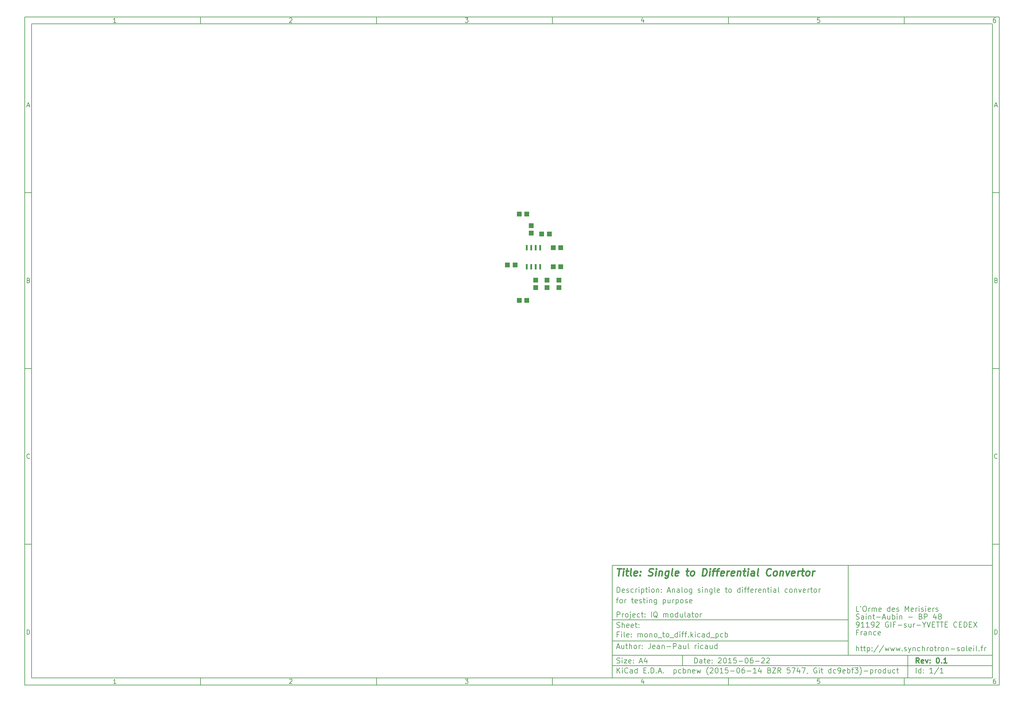
<source format=gbp>
G04 #@! TF.FileFunction,Paste,Bot*
%FSLAX46Y46*%
G04 Gerber Fmt 4.6, Leading zero omitted, Abs format (unit mm)*
G04 Created by KiCad (PCBNEW (2015-06-14 BZR 5747, Git dc9ebf3)-product) date 24/06/2015 09:37:51*
%MOMM*%
G01*
G04 APERTURE LIST*
%ADD10C,0.100000*%
%ADD11C,0.150000*%
%ADD12C,0.300000*%
%ADD13C,0.400000*%
%ADD14R,1.397000X1.399540*%
%ADD15R,1.399540X1.397000*%
%ADD16R,0.599440X1.518920*%
G04 APERTURE END LIST*
D10*
D11*
X53812200Y-30117200D02*
X53812200Y-62117200D01*
X161812200Y-62117200D01*
X161812200Y-30117200D01*
X53812200Y-30117200D01*
D10*
D11*
X-113190000Y125890000D02*
X-113190000Y-64117200D01*
X163812200Y-64117200D01*
X163812200Y125890000D01*
X-113190000Y125890000D01*
D10*
D11*
X-111190000Y123890000D02*
X-111190000Y-62117200D01*
X161812200Y-62117200D01*
X161812200Y123890000D01*
X-111190000Y123890000D01*
D10*
D11*
X-63190000Y123890000D02*
X-63190000Y125890000D01*
D10*
D11*
X-13190000Y123890000D02*
X-13190000Y125890000D01*
D10*
D11*
X36810000Y123890000D02*
X36810000Y125890000D01*
D10*
D11*
X86810000Y123890000D02*
X86810000Y125890000D01*
D10*
D11*
X136810000Y123890000D02*
X136810000Y125890000D01*
D10*
D11*
X-87199524Y124301905D02*
X-87942381Y124301905D01*
X-87570952Y124301905D02*
X-87570952Y125601905D01*
X-87694762Y125416190D01*
X-87818571Y125292381D01*
X-87942381Y125230476D01*
D10*
D11*
X-37942381Y125478095D02*
X-37880476Y125540000D01*
X-37756667Y125601905D01*
X-37447143Y125601905D01*
X-37323333Y125540000D01*
X-37261429Y125478095D01*
X-37199524Y125354286D01*
X-37199524Y125230476D01*
X-37261429Y125044762D01*
X-38004286Y124301905D01*
X-37199524Y124301905D01*
D10*
D11*
X11995714Y125601905D02*
X12800476Y125601905D01*
X12367143Y125106667D01*
X12552857Y125106667D01*
X12676667Y125044762D01*
X12738571Y124982857D01*
X12800476Y124859048D01*
X12800476Y124549524D01*
X12738571Y124425714D01*
X12676667Y124363810D01*
X12552857Y124301905D01*
X12181429Y124301905D01*
X12057619Y124363810D01*
X11995714Y124425714D01*
D10*
D11*
X62676667Y125168571D02*
X62676667Y124301905D01*
X62367143Y125663810D02*
X62057619Y124735238D01*
X62862381Y124735238D01*
D10*
D11*
X112738571Y125601905D02*
X112119524Y125601905D01*
X112057619Y124982857D01*
X112119524Y125044762D01*
X112243333Y125106667D01*
X112552857Y125106667D01*
X112676667Y125044762D01*
X112738571Y124982857D01*
X112800476Y124859048D01*
X112800476Y124549524D01*
X112738571Y124425714D01*
X112676667Y124363810D01*
X112552857Y124301905D01*
X112243333Y124301905D01*
X112119524Y124363810D01*
X112057619Y124425714D01*
D10*
D11*
X162676667Y125601905D02*
X162429048Y125601905D01*
X162305238Y125540000D01*
X162243333Y125478095D01*
X162119524Y125292381D01*
X162057619Y125044762D01*
X162057619Y124549524D01*
X162119524Y124425714D01*
X162181429Y124363810D01*
X162305238Y124301905D01*
X162552857Y124301905D01*
X162676667Y124363810D01*
X162738571Y124425714D01*
X162800476Y124549524D01*
X162800476Y124859048D01*
X162738571Y124982857D01*
X162676667Y125044762D01*
X162552857Y125106667D01*
X162305238Y125106667D01*
X162181429Y125044762D01*
X162119524Y124982857D01*
X162057619Y124859048D01*
D10*
D11*
X-63190000Y-62117200D02*
X-63190000Y-64117200D01*
D10*
D11*
X-13190000Y-62117200D02*
X-13190000Y-64117200D01*
D10*
D11*
X36810000Y-62117200D02*
X36810000Y-64117200D01*
D10*
D11*
X86810000Y-62117200D02*
X86810000Y-64117200D01*
D10*
D11*
X136810000Y-62117200D02*
X136810000Y-64117200D01*
D10*
D11*
X-87199524Y-63705295D02*
X-87942381Y-63705295D01*
X-87570952Y-63705295D02*
X-87570952Y-62405295D01*
X-87694762Y-62591010D01*
X-87818571Y-62714819D01*
X-87942381Y-62776724D01*
D10*
D11*
X-37942381Y-62529105D02*
X-37880476Y-62467200D01*
X-37756667Y-62405295D01*
X-37447143Y-62405295D01*
X-37323333Y-62467200D01*
X-37261429Y-62529105D01*
X-37199524Y-62652914D01*
X-37199524Y-62776724D01*
X-37261429Y-62962438D01*
X-38004286Y-63705295D01*
X-37199524Y-63705295D01*
D10*
D11*
X11995714Y-62405295D02*
X12800476Y-62405295D01*
X12367143Y-62900533D01*
X12552857Y-62900533D01*
X12676667Y-62962438D01*
X12738571Y-63024343D01*
X12800476Y-63148152D01*
X12800476Y-63457676D01*
X12738571Y-63581486D01*
X12676667Y-63643390D01*
X12552857Y-63705295D01*
X12181429Y-63705295D01*
X12057619Y-63643390D01*
X11995714Y-63581486D01*
D10*
D11*
X62676667Y-62838629D02*
X62676667Y-63705295D01*
X62367143Y-62343390D02*
X62057619Y-63271962D01*
X62862381Y-63271962D01*
D10*
D11*
X112738571Y-62405295D02*
X112119524Y-62405295D01*
X112057619Y-63024343D01*
X112119524Y-62962438D01*
X112243333Y-62900533D01*
X112552857Y-62900533D01*
X112676667Y-62962438D01*
X112738571Y-63024343D01*
X112800476Y-63148152D01*
X112800476Y-63457676D01*
X112738571Y-63581486D01*
X112676667Y-63643390D01*
X112552857Y-63705295D01*
X112243333Y-63705295D01*
X112119524Y-63643390D01*
X112057619Y-63581486D01*
D10*
D11*
X162676667Y-62405295D02*
X162429048Y-62405295D01*
X162305238Y-62467200D01*
X162243333Y-62529105D01*
X162119524Y-62714819D01*
X162057619Y-62962438D01*
X162057619Y-63457676D01*
X162119524Y-63581486D01*
X162181429Y-63643390D01*
X162305238Y-63705295D01*
X162552857Y-63705295D01*
X162676667Y-63643390D01*
X162738571Y-63581486D01*
X162800476Y-63457676D01*
X162800476Y-63148152D01*
X162738571Y-63024343D01*
X162676667Y-62962438D01*
X162552857Y-62900533D01*
X162305238Y-62900533D01*
X162181429Y-62962438D01*
X162119524Y-63024343D01*
X162057619Y-63148152D01*
D10*
D11*
X-113190000Y75890000D02*
X-111190000Y75890000D01*
D10*
D11*
X-113190000Y25890000D02*
X-111190000Y25890000D01*
D10*
D11*
X-113190000Y-24110000D02*
X-111190000Y-24110000D01*
D10*
D11*
X-112499524Y100673333D02*
X-111880476Y100673333D01*
X-112623333Y100301905D02*
X-112190000Y101601905D01*
X-111756667Y100301905D01*
D10*
D11*
X-112097143Y50982857D02*
X-111911429Y50920952D01*
X-111849524Y50859048D01*
X-111787619Y50735238D01*
X-111787619Y50549524D01*
X-111849524Y50425714D01*
X-111911429Y50363810D01*
X-112035238Y50301905D01*
X-112530476Y50301905D01*
X-112530476Y51601905D01*
X-112097143Y51601905D01*
X-111973333Y51540000D01*
X-111911429Y51478095D01*
X-111849524Y51354286D01*
X-111849524Y51230476D01*
X-111911429Y51106667D01*
X-111973333Y51044762D01*
X-112097143Y50982857D01*
X-112530476Y50982857D01*
D10*
D11*
X-111787619Y425714D02*
X-111849524Y363810D01*
X-112035238Y301905D01*
X-112159048Y301905D01*
X-112344762Y363810D01*
X-112468571Y487619D01*
X-112530476Y611429D01*
X-112592381Y859048D01*
X-112592381Y1044762D01*
X-112530476Y1292381D01*
X-112468571Y1416190D01*
X-112344762Y1540000D01*
X-112159048Y1601905D01*
X-112035238Y1601905D01*
X-111849524Y1540000D01*
X-111787619Y1478095D01*
D10*
D11*
X-112530476Y-49698095D02*
X-112530476Y-48398095D01*
X-112220952Y-48398095D01*
X-112035238Y-48460000D01*
X-111911429Y-48583810D01*
X-111849524Y-48707619D01*
X-111787619Y-48955238D01*
X-111787619Y-49140952D01*
X-111849524Y-49388571D01*
X-111911429Y-49512381D01*
X-112035238Y-49636190D01*
X-112220952Y-49698095D01*
X-112530476Y-49698095D01*
D10*
D11*
X163812200Y75890000D02*
X161812200Y75890000D01*
D10*
D11*
X163812200Y25890000D02*
X161812200Y25890000D01*
D10*
D11*
X163812200Y-24110000D02*
X161812200Y-24110000D01*
D10*
D11*
X162502676Y100673333D02*
X163121724Y100673333D01*
X162378867Y100301905D02*
X162812200Y101601905D01*
X163245533Y100301905D01*
D10*
D11*
X162905057Y50982857D02*
X163090771Y50920952D01*
X163152676Y50859048D01*
X163214581Y50735238D01*
X163214581Y50549524D01*
X163152676Y50425714D01*
X163090771Y50363810D01*
X162966962Y50301905D01*
X162471724Y50301905D01*
X162471724Y51601905D01*
X162905057Y51601905D01*
X163028867Y51540000D01*
X163090771Y51478095D01*
X163152676Y51354286D01*
X163152676Y51230476D01*
X163090771Y51106667D01*
X163028867Y51044762D01*
X162905057Y50982857D01*
X162471724Y50982857D01*
D10*
D11*
X163214581Y425714D02*
X163152676Y363810D01*
X162966962Y301905D01*
X162843152Y301905D01*
X162657438Y363810D01*
X162533629Y487619D01*
X162471724Y611429D01*
X162409819Y859048D01*
X162409819Y1044762D01*
X162471724Y1292381D01*
X162533629Y1416190D01*
X162657438Y1540000D01*
X162843152Y1601905D01*
X162966962Y1601905D01*
X163152676Y1540000D01*
X163214581Y1478095D01*
D10*
D11*
X162471724Y-49698095D02*
X162471724Y-48398095D01*
X162781248Y-48398095D01*
X162966962Y-48460000D01*
X163090771Y-48583810D01*
X163152676Y-48707619D01*
X163214581Y-48955238D01*
X163214581Y-49140952D01*
X163152676Y-49388571D01*
X163090771Y-49512381D01*
X162966962Y-49636190D01*
X162781248Y-49698095D01*
X162471724Y-49698095D01*
D10*
D11*
X77169343Y-57895771D02*
X77169343Y-56395771D01*
X77526486Y-56395771D01*
X77740771Y-56467200D01*
X77883629Y-56610057D01*
X77955057Y-56752914D01*
X78026486Y-57038629D01*
X78026486Y-57252914D01*
X77955057Y-57538629D01*
X77883629Y-57681486D01*
X77740771Y-57824343D01*
X77526486Y-57895771D01*
X77169343Y-57895771D01*
X79312200Y-57895771D02*
X79312200Y-57110057D01*
X79240771Y-56967200D01*
X79097914Y-56895771D01*
X78812200Y-56895771D01*
X78669343Y-56967200D01*
X79312200Y-57824343D02*
X79169343Y-57895771D01*
X78812200Y-57895771D01*
X78669343Y-57824343D01*
X78597914Y-57681486D01*
X78597914Y-57538629D01*
X78669343Y-57395771D01*
X78812200Y-57324343D01*
X79169343Y-57324343D01*
X79312200Y-57252914D01*
X79812200Y-56895771D02*
X80383629Y-56895771D01*
X80026486Y-56395771D02*
X80026486Y-57681486D01*
X80097914Y-57824343D01*
X80240772Y-57895771D01*
X80383629Y-57895771D01*
X81455057Y-57824343D02*
X81312200Y-57895771D01*
X81026486Y-57895771D01*
X80883629Y-57824343D01*
X80812200Y-57681486D01*
X80812200Y-57110057D01*
X80883629Y-56967200D01*
X81026486Y-56895771D01*
X81312200Y-56895771D01*
X81455057Y-56967200D01*
X81526486Y-57110057D01*
X81526486Y-57252914D01*
X80812200Y-57395771D01*
X82169343Y-57752914D02*
X82240771Y-57824343D01*
X82169343Y-57895771D01*
X82097914Y-57824343D01*
X82169343Y-57752914D01*
X82169343Y-57895771D01*
X82169343Y-56967200D02*
X82240771Y-57038629D01*
X82169343Y-57110057D01*
X82097914Y-57038629D01*
X82169343Y-56967200D01*
X82169343Y-57110057D01*
X83955057Y-56538629D02*
X84026486Y-56467200D01*
X84169343Y-56395771D01*
X84526486Y-56395771D01*
X84669343Y-56467200D01*
X84740772Y-56538629D01*
X84812200Y-56681486D01*
X84812200Y-56824343D01*
X84740772Y-57038629D01*
X83883629Y-57895771D01*
X84812200Y-57895771D01*
X85740771Y-56395771D02*
X85883628Y-56395771D01*
X86026485Y-56467200D01*
X86097914Y-56538629D01*
X86169343Y-56681486D01*
X86240771Y-56967200D01*
X86240771Y-57324343D01*
X86169343Y-57610057D01*
X86097914Y-57752914D01*
X86026485Y-57824343D01*
X85883628Y-57895771D01*
X85740771Y-57895771D01*
X85597914Y-57824343D01*
X85526485Y-57752914D01*
X85455057Y-57610057D01*
X85383628Y-57324343D01*
X85383628Y-56967200D01*
X85455057Y-56681486D01*
X85526485Y-56538629D01*
X85597914Y-56467200D01*
X85740771Y-56395771D01*
X87669342Y-57895771D02*
X86812199Y-57895771D01*
X87240771Y-57895771D02*
X87240771Y-56395771D01*
X87097914Y-56610057D01*
X86955056Y-56752914D01*
X86812199Y-56824343D01*
X89026485Y-56395771D02*
X88312199Y-56395771D01*
X88240770Y-57110057D01*
X88312199Y-57038629D01*
X88455056Y-56967200D01*
X88812199Y-56967200D01*
X88955056Y-57038629D01*
X89026485Y-57110057D01*
X89097913Y-57252914D01*
X89097913Y-57610057D01*
X89026485Y-57752914D01*
X88955056Y-57824343D01*
X88812199Y-57895771D01*
X88455056Y-57895771D01*
X88312199Y-57824343D01*
X88240770Y-57752914D01*
X89740770Y-57324343D02*
X90883627Y-57324343D01*
X91883627Y-56395771D02*
X92026484Y-56395771D01*
X92169341Y-56467200D01*
X92240770Y-56538629D01*
X92312199Y-56681486D01*
X92383627Y-56967200D01*
X92383627Y-57324343D01*
X92312199Y-57610057D01*
X92240770Y-57752914D01*
X92169341Y-57824343D01*
X92026484Y-57895771D01*
X91883627Y-57895771D01*
X91740770Y-57824343D01*
X91669341Y-57752914D01*
X91597913Y-57610057D01*
X91526484Y-57324343D01*
X91526484Y-56967200D01*
X91597913Y-56681486D01*
X91669341Y-56538629D01*
X91740770Y-56467200D01*
X91883627Y-56395771D01*
X93669341Y-56395771D02*
X93383627Y-56395771D01*
X93240770Y-56467200D01*
X93169341Y-56538629D01*
X93026484Y-56752914D01*
X92955055Y-57038629D01*
X92955055Y-57610057D01*
X93026484Y-57752914D01*
X93097912Y-57824343D01*
X93240770Y-57895771D01*
X93526484Y-57895771D01*
X93669341Y-57824343D01*
X93740770Y-57752914D01*
X93812198Y-57610057D01*
X93812198Y-57252914D01*
X93740770Y-57110057D01*
X93669341Y-57038629D01*
X93526484Y-56967200D01*
X93240770Y-56967200D01*
X93097912Y-57038629D01*
X93026484Y-57110057D01*
X92955055Y-57252914D01*
X94455055Y-57324343D02*
X95597912Y-57324343D01*
X96240769Y-56538629D02*
X96312198Y-56467200D01*
X96455055Y-56395771D01*
X96812198Y-56395771D01*
X96955055Y-56467200D01*
X97026484Y-56538629D01*
X97097912Y-56681486D01*
X97097912Y-56824343D01*
X97026484Y-57038629D01*
X96169341Y-57895771D01*
X97097912Y-57895771D01*
X97669340Y-56538629D02*
X97740769Y-56467200D01*
X97883626Y-56395771D01*
X98240769Y-56395771D01*
X98383626Y-56467200D01*
X98455055Y-56538629D01*
X98526483Y-56681486D01*
X98526483Y-56824343D01*
X98455055Y-57038629D01*
X97597912Y-57895771D01*
X98526483Y-57895771D01*
D10*
D11*
X53812200Y-58617200D02*
X161812200Y-58617200D01*
D10*
D11*
X55169343Y-60695771D02*
X55169343Y-59195771D01*
X56026486Y-60695771D02*
X55383629Y-59838629D01*
X56026486Y-59195771D02*
X55169343Y-60052914D01*
X56669343Y-60695771D02*
X56669343Y-59695771D01*
X56669343Y-59195771D02*
X56597914Y-59267200D01*
X56669343Y-59338629D01*
X56740771Y-59267200D01*
X56669343Y-59195771D01*
X56669343Y-59338629D01*
X58240772Y-60552914D02*
X58169343Y-60624343D01*
X57955057Y-60695771D01*
X57812200Y-60695771D01*
X57597915Y-60624343D01*
X57455057Y-60481486D01*
X57383629Y-60338629D01*
X57312200Y-60052914D01*
X57312200Y-59838629D01*
X57383629Y-59552914D01*
X57455057Y-59410057D01*
X57597915Y-59267200D01*
X57812200Y-59195771D01*
X57955057Y-59195771D01*
X58169343Y-59267200D01*
X58240772Y-59338629D01*
X59526486Y-60695771D02*
X59526486Y-59910057D01*
X59455057Y-59767200D01*
X59312200Y-59695771D01*
X59026486Y-59695771D01*
X58883629Y-59767200D01*
X59526486Y-60624343D02*
X59383629Y-60695771D01*
X59026486Y-60695771D01*
X58883629Y-60624343D01*
X58812200Y-60481486D01*
X58812200Y-60338629D01*
X58883629Y-60195771D01*
X59026486Y-60124343D01*
X59383629Y-60124343D01*
X59526486Y-60052914D01*
X60883629Y-60695771D02*
X60883629Y-59195771D01*
X60883629Y-60624343D02*
X60740772Y-60695771D01*
X60455058Y-60695771D01*
X60312200Y-60624343D01*
X60240772Y-60552914D01*
X60169343Y-60410057D01*
X60169343Y-59981486D01*
X60240772Y-59838629D01*
X60312200Y-59767200D01*
X60455058Y-59695771D01*
X60740772Y-59695771D01*
X60883629Y-59767200D01*
X62740772Y-59910057D02*
X63240772Y-59910057D01*
X63455058Y-60695771D02*
X62740772Y-60695771D01*
X62740772Y-59195771D01*
X63455058Y-59195771D01*
X64097915Y-60552914D02*
X64169343Y-60624343D01*
X64097915Y-60695771D01*
X64026486Y-60624343D01*
X64097915Y-60552914D01*
X64097915Y-60695771D01*
X64812201Y-60695771D02*
X64812201Y-59195771D01*
X65169344Y-59195771D01*
X65383629Y-59267200D01*
X65526487Y-59410057D01*
X65597915Y-59552914D01*
X65669344Y-59838629D01*
X65669344Y-60052914D01*
X65597915Y-60338629D01*
X65526487Y-60481486D01*
X65383629Y-60624343D01*
X65169344Y-60695771D01*
X64812201Y-60695771D01*
X66312201Y-60552914D02*
X66383629Y-60624343D01*
X66312201Y-60695771D01*
X66240772Y-60624343D01*
X66312201Y-60552914D01*
X66312201Y-60695771D01*
X66955058Y-60267200D02*
X67669344Y-60267200D01*
X66812201Y-60695771D02*
X67312201Y-59195771D01*
X67812201Y-60695771D01*
X68312201Y-60552914D02*
X68383629Y-60624343D01*
X68312201Y-60695771D01*
X68240772Y-60624343D01*
X68312201Y-60552914D01*
X68312201Y-60695771D01*
X71312201Y-59695771D02*
X71312201Y-61195771D01*
X71312201Y-59767200D02*
X71455058Y-59695771D01*
X71740772Y-59695771D01*
X71883629Y-59767200D01*
X71955058Y-59838629D01*
X72026487Y-59981486D01*
X72026487Y-60410057D01*
X71955058Y-60552914D01*
X71883629Y-60624343D01*
X71740772Y-60695771D01*
X71455058Y-60695771D01*
X71312201Y-60624343D01*
X73312201Y-60624343D02*
X73169344Y-60695771D01*
X72883630Y-60695771D01*
X72740772Y-60624343D01*
X72669344Y-60552914D01*
X72597915Y-60410057D01*
X72597915Y-59981486D01*
X72669344Y-59838629D01*
X72740772Y-59767200D01*
X72883630Y-59695771D01*
X73169344Y-59695771D01*
X73312201Y-59767200D01*
X73955058Y-60695771D02*
X73955058Y-59195771D01*
X73955058Y-59767200D02*
X74097915Y-59695771D01*
X74383629Y-59695771D01*
X74526486Y-59767200D01*
X74597915Y-59838629D01*
X74669344Y-59981486D01*
X74669344Y-60410057D01*
X74597915Y-60552914D01*
X74526486Y-60624343D01*
X74383629Y-60695771D01*
X74097915Y-60695771D01*
X73955058Y-60624343D01*
X75312201Y-59695771D02*
X75312201Y-60695771D01*
X75312201Y-59838629D02*
X75383629Y-59767200D01*
X75526487Y-59695771D01*
X75740772Y-59695771D01*
X75883629Y-59767200D01*
X75955058Y-59910057D01*
X75955058Y-60695771D01*
X77240772Y-60624343D02*
X77097915Y-60695771D01*
X76812201Y-60695771D01*
X76669344Y-60624343D01*
X76597915Y-60481486D01*
X76597915Y-59910057D01*
X76669344Y-59767200D01*
X76812201Y-59695771D01*
X77097915Y-59695771D01*
X77240772Y-59767200D01*
X77312201Y-59910057D01*
X77312201Y-60052914D01*
X76597915Y-60195771D01*
X77812201Y-59695771D02*
X78097915Y-60695771D01*
X78383629Y-59981486D01*
X78669344Y-60695771D01*
X78955058Y-59695771D01*
X81097915Y-61267200D02*
X81026487Y-61195771D01*
X80883630Y-60981486D01*
X80812201Y-60838629D01*
X80740772Y-60624343D01*
X80669344Y-60267200D01*
X80669344Y-59981486D01*
X80740772Y-59624343D01*
X80812201Y-59410057D01*
X80883630Y-59267200D01*
X81026487Y-59052914D01*
X81097915Y-58981486D01*
X81597915Y-59338629D02*
X81669344Y-59267200D01*
X81812201Y-59195771D01*
X82169344Y-59195771D01*
X82312201Y-59267200D01*
X82383630Y-59338629D01*
X82455058Y-59481486D01*
X82455058Y-59624343D01*
X82383630Y-59838629D01*
X81526487Y-60695771D01*
X82455058Y-60695771D01*
X83383629Y-59195771D02*
X83526486Y-59195771D01*
X83669343Y-59267200D01*
X83740772Y-59338629D01*
X83812201Y-59481486D01*
X83883629Y-59767200D01*
X83883629Y-60124343D01*
X83812201Y-60410057D01*
X83740772Y-60552914D01*
X83669343Y-60624343D01*
X83526486Y-60695771D01*
X83383629Y-60695771D01*
X83240772Y-60624343D01*
X83169343Y-60552914D01*
X83097915Y-60410057D01*
X83026486Y-60124343D01*
X83026486Y-59767200D01*
X83097915Y-59481486D01*
X83169343Y-59338629D01*
X83240772Y-59267200D01*
X83383629Y-59195771D01*
X85312200Y-60695771D02*
X84455057Y-60695771D01*
X84883629Y-60695771D02*
X84883629Y-59195771D01*
X84740772Y-59410057D01*
X84597914Y-59552914D01*
X84455057Y-59624343D01*
X86669343Y-59195771D02*
X85955057Y-59195771D01*
X85883628Y-59910057D01*
X85955057Y-59838629D01*
X86097914Y-59767200D01*
X86455057Y-59767200D01*
X86597914Y-59838629D01*
X86669343Y-59910057D01*
X86740771Y-60052914D01*
X86740771Y-60410057D01*
X86669343Y-60552914D01*
X86597914Y-60624343D01*
X86455057Y-60695771D01*
X86097914Y-60695771D01*
X85955057Y-60624343D01*
X85883628Y-60552914D01*
X87383628Y-60124343D02*
X88526485Y-60124343D01*
X89526485Y-59195771D02*
X89669342Y-59195771D01*
X89812199Y-59267200D01*
X89883628Y-59338629D01*
X89955057Y-59481486D01*
X90026485Y-59767200D01*
X90026485Y-60124343D01*
X89955057Y-60410057D01*
X89883628Y-60552914D01*
X89812199Y-60624343D01*
X89669342Y-60695771D01*
X89526485Y-60695771D01*
X89383628Y-60624343D01*
X89312199Y-60552914D01*
X89240771Y-60410057D01*
X89169342Y-60124343D01*
X89169342Y-59767200D01*
X89240771Y-59481486D01*
X89312199Y-59338629D01*
X89383628Y-59267200D01*
X89526485Y-59195771D01*
X91312199Y-59195771D02*
X91026485Y-59195771D01*
X90883628Y-59267200D01*
X90812199Y-59338629D01*
X90669342Y-59552914D01*
X90597913Y-59838629D01*
X90597913Y-60410057D01*
X90669342Y-60552914D01*
X90740770Y-60624343D01*
X90883628Y-60695771D01*
X91169342Y-60695771D01*
X91312199Y-60624343D01*
X91383628Y-60552914D01*
X91455056Y-60410057D01*
X91455056Y-60052914D01*
X91383628Y-59910057D01*
X91312199Y-59838629D01*
X91169342Y-59767200D01*
X90883628Y-59767200D01*
X90740770Y-59838629D01*
X90669342Y-59910057D01*
X90597913Y-60052914D01*
X92097913Y-60124343D02*
X93240770Y-60124343D01*
X94740770Y-60695771D02*
X93883627Y-60695771D01*
X94312199Y-60695771D02*
X94312199Y-59195771D01*
X94169342Y-59410057D01*
X94026484Y-59552914D01*
X93883627Y-59624343D01*
X96026484Y-59695771D02*
X96026484Y-60695771D01*
X95669341Y-59124343D02*
X95312198Y-60195771D01*
X96240770Y-60195771D01*
X98455055Y-59910057D02*
X98669341Y-59981486D01*
X98740769Y-60052914D01*
X98812198Y-60195771D01*
X98812198Y-60410057D01*
X98740769Y-60552914D01*
X98669341Y-60624343D01*
X98526483Y-60695771D01*
X97955055Y-60695771D01*
X97955055Y-59195771D01*
X98455055Y-59195771D01*
X98597912Y-59267200D01*
X98669341Y-59338629D01*
X98740769Y-59481486D01*
X98740769Y-59624343D01*
X98669341Y-59767200D01*
X98597912Y-59838629D01*
X98455055Y-59910057D01*
X97955055Y-59910057D01*
X99312198Y-59195771D02*
X100312198Y-59195771D01*
X99312198Y-60695771D01*
X100312198Y-60695771D01*
X101740769Y-60695771D02*
X101240769Y-59981486D01*
X100883626Y-60695771D02*
X100883626Y-59195771D01*
X101455054Y-59195771D01*
X101597912Y-59267200D01*
X101669340Y-59338629D01*
X101740769Y-59481486D01*
X101740769Y-59695771D01*
X101669340Y-59838629D01*
X101597912Y-59910057D01*
X101455054Y-59981486D01*
X100883626Y-59981486D01*
X104240769Y-59195771D02*
X103526483Y-59195771D01*
X103455054Y-59910057D01*
X103526483Y-59838629D01*
X103669340Y-59767200D01*
X104026483Y-59767200D01*
X104169340Y-59838629D01*
X104240769Y-59910057D01*
X104312197Y-60052914D01*
X104312197Y-60410057D01*
X104240769Y-60552914D01*
X104169340Y-60624343D01*
X104026483Y-60695771D01*
X103669340Y-60695771D01*
X103526483Y-60624343D01*
X103455054Y-60552914D01*
X104812197Y-59195771D02*
X105812197Y-59195771D01*
X105169340Y-60695771D01*
X107026482Y-59695771D02*
X107026482Y-60695771D01*
X106669339Y-59124343D02*
X106312196Y-60195771D01*
X107240768Y-60195771D01*
X107669339Y-59195771D02*
X108669339Y-59195771D01*
X108026482Y-60695771D01*
X109312195Y-60624343D02*
X109312195Y-60695771D01*
X109240767Y-60838629D01*
X109169338Y-60910057D01*
X111883624Y-59267200D02*
X111740767Y-59195771D01*
X111526481Y-59195771D01*
X111312196Y-59267200D01*
X111169338Y-59410057D01*
X111097910Y-59552914D01*
X111026481Y-59838629D01*
X111026481Y-60052914D01*
X111097910Y-60338629D01*
X111169338Y-60481486D01*
X111312196Y-60624343D01*
X111526481Y-60695771D01*
X111669338Y-60695771D01*
X111883624Y-60624343D01*
X111955053Y-60552914D01*
X111955053Y-60052914D01*
X111669338Y-60052914D01*
X112597910Y-60695771D02*
X112597910Y-59695771D01*
X112597910Y-59195771D02*
X112526481Y-59267200D01*
X112597910Y-59338629D01*
X112669338Y-59267200D01*
X112597910Y-59195771D01*
X112597910Y-59338629D01*
X113097910Y-59695771D02*
X113669339Y-59695771D01*
X113312196Y-59195771D02*
X113312196Y-60481486D01*
X113383624Y-60624343D01*
X113526482Y-60695771D01*
X113669339Y-60695771D01*
X115955053Y-60695771D02*
X115955053Y-59195771D01*
X115955053Y-60624343D02*
X115812196Y-60695771D01*
X115526482Y-60695771D01*
X115383624Y-60624343D01*
X115312196Y-60552914D01*
X115240767Y-60410057D01*
X115240767Y-59981486D01*
X115312196Y-59838629D01*
X115383624Y-59767200D01*
X115526482Y-59695771D01*
X115812196Y-59695771D01*
X115955053Y-59767200D01*
X117312196Y-60624343D02*
X117169339Y-60695771D01*
X116883625Y-60695771D01*
X116740767Y-60624343D01*
X116669339Y-60552914D01*
X116597910Y-60410057D01*
X116597910Y-59981486D01*
X116669339Y-59838629D01*
X116740767Y-59767200D01*
X116883625Y-59695771D01*
X117169339Y-59695771D01*
X117312196Y-59767200D01*
X118026481Y-60695771D02*
X118312196Y-60695771D01*
X118455053Y-60624343D01*
X118526481Y-60552914D01*
X118669339Y-60338629D01*
X118740767Y-60052914D01*
X118740767Y-59481486D01*
X118669339Y-59338629D01*
X118597910Y-59267200D01*
X118455053Y-59195771D01*
X118169339Y-59195771D01*
X118026481Y-59267200D01*
X117955053Y-59338629D01*
X117883624Y-59481486D01*
X117883624Y-59838629D01*
X117955053Y-59981486D01*
X118026481Y-60052914D01*
X118169339Y-60124343D01*
X118455053Y-60124343D01*
X118597910Y-60052914D01*
X118669339Y-59981486D01*
X118740767Y-59838629D01*
X119955052Y-60624343D02*
X119812195Y-60695771D01*
X119526481Y-60695771D01*
X119383624Y-60624343D01*
X119312195Y-60481486D01*
X119312195Y-59910057D01*
X119383624Y-59767200D01*
X119526481Y-59695771D01*
X119812195Y-59695771D01*
X119955052Y-59767200D01*
X120026481Y-59910057D01*
X120026481Y-60052914D01*
X119312195Y-60195771D01*
X120669338Y-60695771D02*
X120669338Y-59195771D01*
X120669338Y-59767200D02*
X120812195Y-59695771D01*
X121097909Y-59695771D01*
X121240766Y-59767200D01*
X121312195Y-59838629D01*
X121383624Y-59981486D01*
X121383624Y-60410057D01*
X121312195Y-60552914D01*
X121240766Y-60624343D01*
X121097909Y-60695771D01*
X120812195Y-60695771D01*
X120669338Y-60624343D01*
X121812195Y-59695771D02*
X122383624Y-59695771D01*
X122026481Y-60695771D02*
X122026481Y-59410057D01*
X122097909Y-59267200D01*
X122240767Y-59195771D01*
X122383624Y-59195771D01*
X122740767Y-59195771D02*
X123669338Y-59195771D01*
X123169338Y-59767200D01*
X123383624Y-59767200D01*
X123526481Y-59838629D01*
X123597910Y-59910057D01*
X123669338Y-60052914D01*
X123669338Y-60410057D01*
X123597910Y-60552914D01*
X123526481Y-60624343D01*
X123383624Y-60695771D01*
X122955052Y-60695771D01*
X122812195Y-60624343D01*
X122740767Y-60552914D01*
X124169338Y-61267200D02*
X124240766Y-61195771D01*
X124383623Y-60981486D01*
X124455052Y-60838629D01*
X124526481Y-60624343D01*
X124597909Y-60267200D01*
X124597909Y-59981486D01*
X124526481Y-59624343D01*
X124455052Y-59410057D01*
X124383623Y-59267200D01*
X124240766Y-59052914D01*
X124169338Y-58981486D01*
X125312195Y-60124343D02*
X126455052Y-60124343D01*
X127169338Y-59695771D02*
X127169338Y-61195771D01*
X127169338Y-59767200D02*
X127312195Y-59695771D01*
X127597909Y-59695771D01*
X127740766Y-59767200D01*
X127812195Y-59838629D01*
X127883624Y-59981486D01*
X127883624Y-60410057D01*
X127812195Y-60552914D01*
X127740766Y-60624343D01*
X127597909Y-60695771D01*
X127312195Y-60695771D01*
X127169338Y-60624343D01*
X128526481Y-60695771D02*
X128526481Y-59695771D01*
X128526481Y-59981486D02*
X128597909Y-59838629D01*
X128669338Y-59767200D01*
X128812195Y-59695771D01*
X128955052Y-59695771D01*
X129669338Y-60695771D02*
X129526480Y-60624343D01*
X129455052Y-60552914D01*
X129383623Y-60410057D01*
X129383623Y-59981486D01*
X129455052Y-59838629D01*
X129526480Y-59767200D01*
X129669338Y-59695771D01*
X129883623Y-59695771D01*
X130026480Y-59767200D01*
X130097909Y-59838629D01*
X130169338Y-59981486D01*
X130169338Y-60410057D01*
X130097909Y-60552914D01*
X130026480Y-60624343D01*
X129883623Y-60695771D01*
X129669338Y-60695771D01*
X131455052Y-60695771D02*
X131455052Y-59195771D01*
X131455052Y-60624343D02*
X131312195Y-60695771D01*
X131026481Y-60695771D01*
X130883623Y-60624343D01*
X130812195Y-60552914D01*
X130740766Y-60410057D01*
X130740766Y-59981486D01*
X130812195Y-59838629D01*
X130883623Y-59767200D01*
X131026481Y-59695771D01*
X131312195Y-59695771D01*
X131455052Y-59767200D01*
X132812195Y-59695771D02*
X132812195Y-60695771D01*
X132169338Y-59695771D02*
X132169338Y-60481486D01*
X132240766Y-60624343D01*
X132383624Y-60695771D01*
X132597909Y-60695771D01*
X132740766Y-60624343D01*
X132812195Y-60552914D01*
X134169338Y-60624343D02*
X134026481Y-60695771D01*
X133740767Y-60695771D01*
X133597909Y-60624343D01*
X133526481Y-60552914D01*
X133455052Y-60410057D01*
X133455052Y-59981486D01*
X133526481Y-59838629D01*
X133597909Y-59767200D01*
X133740767Y-59695771D01*
X134026481Y-59695771D01*
X134169338Y-59767200D01*
X134597909Y-59695771D02*
X135169338Y-59695771D01*
X134812195Y-59195771D02*
X134812195Y-60481486D01*
X134883623Y-60624343D01*
X135026481Y-60695771D01*
X135169338Y-60695771D01*
D10*
D11*
X53812200Y-55617200D02*
X161812200Y-55617200D01*
D10*
D12*
X141026486Y-57895771D02*
X140526486Y-57181486D01*
X140169343Y-57895771D02*
X140169343Y-56395771D01*
X140740771Y-56395771D01*
X140883629Y-56467200D01*
X140955057Y-56538629D01*
X141026486Y-56681486D01*
X141026486Y-56895771D01*
X140955057Y-57038629D01*
X140883629Y-57110057D01*
X140740771Y-57181486D01*
X140169343Y-57181486D01*
X142240771Y-57824343D02*
X142097914Y-57895771D01*
X141812200Y-57895771D01*
X141669343Y-57824343D01*
X141597914Y-57681486D01*
X141597914Y-57110057D01*
X141669343Y-56967200D01*
X141812200Y-56895771D01*
X142097914Y-56895771D01*
X142240771Y-56967200D01*
X142312200Y-57110057D01*
X142312200Y-57252914D01*
X141597914Y-57395771D01*
X142812200Y-56895771D02*
X143169343Y-57895771D01*
X143526485Y-56895771D01*
X144097914Y-57752914D02*
X144169342Y-57824343D01*
X144097914Y-57895771D01*
X144026485Y-57824343D01*
X144097914Y-57752914D01*
X144097914Y-57895771D01*
X144097914Y-56967200D02*
X144169342Y-57038629D01*
X144097914Y-57110057D01*
X144026485Y-57038629D01*
X144097914Y-56967200D01*
X144097914Y-57110057D01*
X146240771Y-56395771D02*
X146383628Y-56395771D01*
X146526485Y-56467200D01*
X146597914Y-56538629D01*
X146669343Y-56681486D01*
X146740771Y-56967200D01*
X146740771Y-57324343D01*
X146669343Y-57610057D01*
X146597914Y-57752914D01*
X146526485Y-57824343D01*
X146383628Y-57895771D01*
X146240771Y-57895771D01*
X146097914Y-57824343D01*
X146026485Y-57752914D01*
X145955057Y-57610057D01*
X145883628Y-57324343D01*
X145883628Y-56967200D01*
X145955057Y-56681486D01*
X146026485Y-56538629D01*
X146097914Y-56467200D01*
X146240771Y-56395771D01*
X147383628Y-57752914D02*
X147455056Y-57824343D01*
X147383628Y-57895771D01*
X147312199Y-57824343D01*
X147383628Y-57752914D01*
X147383628Y-57895771D01*
X148883628Y-57895771D02*
X148026485Y-57895771D01*
X148455057Y-57895771D02*
X148455057Y-56395771D01*
X148312200Y-56610057D01*
X148169342Y-56752914D01*
X148026485Y-56824343D01*
D10*
D11*
X55097914Y-57824343D02*
X55312200Y-57895771D01*
X55669343Y-57895771D01*
X55812200Y-57824343D01*
X55883629Y-57752914D01*
X55955057Y-57610057D01*
X55955057Y-57467200D01*
X55883629Y-57324343D01*
X55812200Y-57252914D01*
X55669343Y-57181486D01*
X55383629Y-57110057D01*
X55240771Y-57038629D01*
X55169343Y-56967200D01*
X55097914Y-56824343D01*
X55097914Y-56681486D01*
X55169343Y-56538629D01*
X55240771Y-56467200D01*
X55383629Y-56395771D01*
X55740771Y-56395771D01*
X55955057Y-56467200D01*
X56597914Y-57895771D02*
X56597914Y-56895771D01*
X56597914Y-56395771D02*
X56526485Y-56467200D01*
X56597914Y-56538629D01*
X56669342Y-56467200D01*
X56597914Y-56395771D01*
X56597914Y-56538629D01*
X57169343Y-56895771D02*
X57955057Y-56895771D01*
X57169343Y-57895771D01*
X57955057Y-57895771D01*
X59097914Y-57824343D02*
X58955057Y-57895771D01*
X58669343Y-57895771D01*
X58526486Y-57824343D01*
X58455057Y-57681486D01*
X58455057Y-57110057D01*
X58526486Y-56967200D01*
X58669343Y-56895771D01*
X58955057Y-56895771D01*
X59097914Y-56967200D01*
X59169343Y-57110057D01*
X59169343Y-57252914D01*
X58455057Y-57395771D01*
X59812200Y-57752914D02*
X59883628Y-57824343D01*
X59812200Y-57895771D01*
X59740771Y-57824343D01*
X59812200Y-57752914D01*
X59812200Y-57895771D01*
X59812200Y-56967200D02*
X59883628Y-57038629D01*
X59812200Y-57110057D01*
X59740771Y-57038629D01*
X59812200Y-56967200D01*
X59812200Y-57110057D01*
X61597914Y-57467200D02*
X62312200Y-57467200D01*
X61455057Y-57895771D02*
X61955057Y-56395771D01*
X62455057Y-57895771D01*
X63597914Y-56895771D02*
X63597914Y-57895771D01*
X63240771Y-56324343D02*
X62883628Y-57395771D01*
X63812200Y-57395771D01*
D10*
D11*
X140169343Y-60695771D02*
X140169343Y-59195771D01*
X141526486Y-60695771D02*
X141526486Y-59195771D01*
X141526486Y-60624343D02*
X141383629Y-60695771D01*
X141097915Y-60695771D01*
X140955057Y-60624343D01*
X140883629Y-60552914D01*
X140812200Y-60410057D01*
X140812200Y-59981486D01*
X140883629Y-59838629D01*
X140955057Y-59767200D01*
X141097915Y-59695771D01*
X141383629Y-59695771D01*
X141526486Y-59767200D01*
X142240772Y-60552914D02*
X142312200Y-60624343D01*
X142240772Y-60695771D01*
X142169343Y-60624343D01*
X142240772Y-60552914D01*
X142240772Y-60695771D01*
X142240772Y-59767200D02*
X142312200Y-59838629D01*
X142240772Y-59910057D01*
X142169343Y-59838629D01*
X142240772Y-59767200D01*
X142240772Y-59910057D01*
X144883629Y-60695771D02*
X144026486Y-60695771D01*
X144455058Y-60695771D02*
X144455058Y-59195771D01*
X144312201Y-59410057D01*
X144169343Y-59552914D01*
X144026486Y-59624343D01*
X146597914Y-59124343D02*
X145312200Y-61052914D01*
X147883629Y-60695771D02*
X147026486Y-60695771D01*
X147455058Y-60695771D02*
X147455058Y-59195771D01*
X147312201Y-59410057D01*
X147169343Y-59552914D01*
X147026486Y-59624343D01*
D10*
D11*
X163812200Y-64117200D02*
X163812200Y-64117200D01*
D10*
D11*
X53812200Y-51617200D02*
X120812200Y-51617200D01*
D10*
D13*
X55264581Y-31021962D02*
X56407438Y-31021962D01*
X55586010Y-33021962D02*
X55836010Y-31021962D01*
X56824105Y-33021962D02*
X56990771Y-31688629D01*
X57074105Y-31021962D02*
X56966962Y-31117200D01*
X57050295Y-31212438D01*
X57157439Y-31117200D01*
X57074105Y-31021962D01*
X57050295Y-31212438D01*
X57657438Y-31688629D02*
X58419343Y-31688629D01*
X58026486Y-31021962D02*
X57812200Y-32736248D01*
X57883630Y-32926724D01*
X58062201Y-33021962D01*
X58252677Y-33021962D01*
X59205058Y-33021962D02*
X59026487Y-32926724D01*
X58955057Y-32736248D01*
X59169343Y-31021962D01*
X60740772Y-32926724D02*
X60538391Y-33021962D01*
X60157439Y-33021962D01*
X59978867Y-32926724D01*
X59907438Y-32736248D01*
X60002676Y-31974343D01*
X60121724Y-31783867D01*
X60324105Y-31688629D01*
X60705057Y-31688629D01*
X60883629Y-31783867D01*
X60955057Y-31974343D01*
X60931248Y-32164819D01*
X59955057Y-32355295D01*
X61705057Y-32831486D02*
X61788392Y-32926724D01*
X61681248Y-33021962D01*
X61597915Y-32926724D01*
X61705057Y-32831486D01*
X61681248Y-33021962D01*
X61836010Y-31783867D02*
X61919344Y-31879105D01*
X61812200Y-31974343D01*
X61728867Y-31879105D01*
X61836010Y-31783867D01*
X61812200Y-31974343D01*
X64074106Y-32926724D02*
X64347916Y-33021962D01*
X64824106Y-33021962D01*
X65026487Y-32926724D01*
X65133629Y-32831486D01*
X65252678Y-32641010D01*
X65276487Y-32450533D01*
X65205058Y-32260057D01*
X65121725Y-32164819D01*
X64943153Y-32069581D01*
X64574106Y-31974343D01*
X64395535Y-31879105D01*
X64312201Y-31783867D01*
X64240772Y-31593390D01*
X64264582Y-31402914D01*
X64383629Y-31212438D01*
X64490773Y-31117200D01*
X64693154Y-31021962D01*
X65169344Y-31021962D01*
X65443154Y-31117200D01*
X66062201Y-33021962D02*
X66228867Y-31688629D01*
X66312201Y-31021962D02*
X66205058Y-31117200D01*
X66288391Y-31212438D01*
X66395535Y-31117200D01*
X66312201Y-31021962D01*
X66288391Y-31212438D01*
X67181248Y-31688629D02*
X67014582Y-33021962D01*
X67157439Y-31879105D02*
X67264583Y-31783867D01*
X67466963Y-31688629D01*
X67752677Y-31688629D01*
X67931249Y-31783867D01*
X68002677Y-31974343D01*
X67871725Y-33021962D01*
X69847915Y-31688629D02*
X69645534Y-33307676D01*
X69526487Y-33498152D01*
X69419344Y-33593390D01*
X69216963Y-33688629D01*
X68931249Y-33688629D01*
X68752677Y-33593390D01*
X69693154Y-32926724D02*
X69490773Y-33021962D01*
X69109821Y-33021962D01*
X68931250Y-32926724D01*
X68847915Y-32831486D01*
X68776487Y-32641010D01*
X68847915Y-32069581D01*
X68966963Y-31879105D01*
X69074107Y-31783867D01*
X69276487Y-31688629D01*
X69657439Y-31688629D01*
X69836011Y-31783867D01*
X70919345Y-33021962D02*
X70740774Y-32926724D01*
X70669344Y-32736248D01*
X70883630Y-31021962D01*
X72455059Y-32926724D02*
X72252678Y-33021962D01*
X71871726Y-33021962D01*
X71693154Y-32926724D01*
X71621725Y-32736248D01*
X71716963Y-31974343D01*
X71836011Y-31783867D01*
X72038392Y-31688629D01*
X72419344Y-31688629D01*
X72597916Y-31783867D01*
X72669344Y-31974343D01*
X72645535Y-32164819D01*
X71669344Y-32355295D01*
X74800297Y-31688629D02*
X75562202Y-31688629D01*
X75169345Y-31021962D02*
X74955059Y-32736248D01*
X75026489Y-32926724D01*
X75205060Y-33021962D01*
X75395536Y-33021962D01*
X76347917Y-33021962D02*
X76169346Y-32926724D01*
X76086011Y-32831486D01*
X76014583Y-32641010D01*
X76086011Y-32069581D01*
X76205059Y-31879105D01*
X76312203Y-31783867D01*
X76514583Y-31688629D01*
X76800297Y-31688629D01*
X76978869Y-31783867D01*
X77062202Y-31879105D01*
X77133630Y-32069581D01*
X77062202Y-32641010D01*
X76943154Y-32831486D01*
X76836012Y-32926724D01*
X76633631Y-33021962D01*
X76347917Y-33021962D01*
X79395536Y-33021962D02*
X79645536Y-31021962D01*
X80121727Y-31021962D01*
X80395536Y-31117200D01*
X80562203Y-31307676D01*
X80633632Y-31498152D01*
X80681251Y-31879105D01*
X80645537Y-32164819D01*
X80502680Y-32545771D01*
X80383631Y-32736248D01*
X80169346Y-32926724D01*
X79871727Y-33021962D01*
X79395536Y-33021962D01*
X81395536Y-33021962D02*
X81562202Y-31688629D01*
X81645536Y-31021962D02*
X81538393Y-31117200D01*
X81621726Y-31212438D01*
X81728870Y-31117200D01*
X81645536Y-31021962D01*
X81621726Y-31212438D01*
X82228869Y-31688629D02*
X82990774Y-31688629D01*
X82347917Y-33021962D02*
X82562203Y-31307676D01*
X82681251Y-31117200D01*
X82883632Y-31021962D01*
X83074108Y-31021962D01*
X83371726Y-31688629D02*
X84133631Y-31688629D01*
X83490774Y-33021962D02*
X83705060Y-31307676D01*
X83824108Y-31117200D01*
X84026489Y-31021962D01*
X84216965Y-31021962D01*
X85407441Y-32926724D02*
X85205060Y-33021962D01*
X84824108Y-33021962D01*
X84645536Y-32926724D01*
X84574107Y-32736248D01*
X84669345Y-31974343D01*
X84788393Y-31783867D01*
X84990774Y-31688629D01*
X85371726Y-31688629D01*
X85550298Y-31783867D01*
X85621726Y-31974343D01*
X85597917Y-32164819D01*
X84621726Y-32355295D01*
X86347917Y-33021962D02*
X86514583Y-31688629D01*
X86466964Y-32069581D02*
X86586013Y-31879105D01*
X86693156Y-31783867D01*
X86895536Y-31688629D01*
X87086012Y-31688629D01*
X88359822Y-32926724D02*
X88157441Y-33021962D01*
X87776489Y-33021962D01*
X87597917Y-32926724D01*
X87526488Y-32736248D01*
X87621726Y-31974343D01*
X87740774Y-31783867D01*
X87943155Y-31688629D01*
X88324107Y-31688629D01*
X88502679Y-31783867D01*
X88574107Y-31974343D01*
X88550298Y-32164819D01*
X87574107Y-32355295D01*
X89466964Y-31688629D02*
X89300298Y-33021962D01*
X89443155Y-31879105D02*
X89550299Y-31783867D01*
X89752679Y-31688629D01*
X90038393Y-31688629D01*
X90216965Y-31783867D01*
X90288393Y-31974343D01*
X90157441Y-33021962D01*
X90990774Y-31688629D02*
X91752679Y-31688629D01*
X91359822Y-31021962D02*
X91145536Y-32736248D01*
X91216966Y-32926724D01*
X91395537Y-33021962D01*
X91586013Y-33021962D01*
X92252679Y-33021962D02*
X92419345Y-31688629D01*
X92502679Y-31021962D02*
X92395536Y-31117200D01*
X92478869Y-31212438D01*
X92586013Y-31117200D01*
X92502679Y-31021962D01*
X92478869Y-31212438D01*
X94062203Y-33021962D02*
X94193155Y-31974343D01*
X94121727Y-31783867D01*
X93943155Y-31688629D01*
X93562203Y-31688629D01*
X93359822Y-31783867D01*
X94074108Y-32926724D02*
X93871727Y-33021962D01*
X93395537Y-33021962D01*
X93216965Y-32926724D01*
X93145536Y-32736248D01*
X93169346Y-32545771D01*
X93288393Y-32355295D01*
X93490775Y-32260057D01*
X93966965Y-32260057D01*
X94169346Y-32164819D01*
X95300299Y-33021962D02*
X95121728Y-32926724D01*
X95050298Y-32736248D01*
X95264584Y-31021962D01*
X98752680Y-32831486D02*
X98645538Y-32926724D01*
X98347918Y-33021962D01*
X98157442Y-33021962D01*
X97883633Y-32926724D01*
X97716966Y-32736248D01*
X97645537Y-32545771D01*
X97597918Y-32164819D01*
X97633632Y-31879105D01*
X97776489Y-31498152D01*
X97895538Y-31307676D01*
X98109823Y-31117200D01*
X98407442Y-31021962D01*
X98597918Y-31021962D01*
X98871728Y-31117200D01*
X98955061Y-31212438D01*
X99871728Y-33021962D02*
X99693157Y-32926724D01*
X99609822Y-32831486D01*
X99538394Y-32641010D01*
X99609822Y-32069581D01*
X99728870Y-31879105D01*
X99836014Y-31783867D01*
X100038394Y-31688629D01*
X100324108Y-31688629D01*
X100502680Y-31783867D01*
X100586013Y-31879105D01*
X100657441Y-32069581D01*
X100586013Y-32641010D01*
X100466965Y-32831486D01*
X100359823Y-32926724D01*
X100157442Y-33021962D01*
X99871728Y-33021962D01*
X101562203Y-31688629D02*
X101395537Y-33021962D01*
X101538394Y-31879105D02*
X101645538Y-31783867D01*
X101847918Y-31688629D01*
X102133632Y-31688629D01*
X102312204Y-31783867D01*
X102383632Y-31974343D01*
X102252680Y-33021962D01*
X103181251Y-31688629D02*
X103490776Y-33021962D01*
X104133632Y-31688629D01*
X105502681Y-32926724D02*
X105300300Y-33021962D01*
X104919348Y-33021962D01*
X104740776Y-32926724D01*
X104669347Y-32736248D01*
X104764585Y-31974343D01*
X104883633Y-31783867D01*
X105086014Y-31688629D01*
X105466966Y-31688629D01*
X105645538Y-31783867D01*
X105716966Y-31974343D01*
X105693157Y-32164819D01*
X104716966Y-32355295D01*
X106443157Y-33021962D02*
X106609823Y-31688629D01*
X106562204Y-32069581D02*
X106681253Y-31879105D01*
X106788396Y-31783867D01*
X106990776Y-31688629D01*
X107181252Y-31688629D01*
X107562204Y-31688629D02*
X108324109Y-31688629D01*
X107931252Y-31021962D02*
X107716966Y-32736248D01*
X107788396Y-32926724D01*
X107966967Y-33021962D01*
X108157443Y-33021962D01*
X109109824Y-33021962D02*
X108931253Y-32926724D01*
X108847918Y-32831486D01*
X108776490Y-32641010D01*
X108847918Y-32069581D01*
X108966966Y-31879105D01*
X109074110Y-31783867D01*
X109276490Y-31688629D01*
X109562204Y-31688629D01*
X109740776Y-31783867D01*
X109824109Y-31879105D01*
X109895537Y-32069581D01*
X109824109Y-32641010D01*
X109705061Y-32831486D01*
X109597919Y-32926724D01*
X109395538Y-33021962D01*
X109109824Y-33021962D01*
X110633633Y-33021962D02*
X110800299Y-31688629D01*
X110752680Y-32069581D02*
X110871729Y-31879105D01*
X110978872Y-31783867D01*
X111181252Y-31688629D01*
X111371728Y-31688629D01*
D10*
D11*
X55669343Y-49710057D02*
X55169343Y-49710057D01*
X55169343Y-50495771D02*
X55169343Y-48995771D01*
X55883629Y-48995771D01*
X56455057Y-50495771D02*
X56455057Y-49495771D01*
X56455057Y-48995771D02*
X56383628Y-49067200D01*
X56455057Y-49138629D01*
X56526485Y-49067200D01*
X56455057Y-48995771D01*
X56455057Y-49138629D01*
X57383629Y-50495771D02*
X57240771Y-50424343D01*
X57169343Y-50281486D01*
X57169343Y-48995771D01*
X58526485Y-50424343D02*
X58383628Y-50495771D01*
X58097914Y-50495771D01*
X57955057Y-50424343D01*
X57883628Y-50281486D01*
X57883628Y-49710057D01*
X57955057Y-49567200D01*
X58097914Y-49495771D01*
X58383628Y-49495771D01*
X58526485Y-49567200D01*
X58597914Y-49710057D01*
X58597914Y-49852914D01*
X57883628Y-49995771D01*
X59240771Y-50352914D02*
X59312199Y-50424343D01*
X59240771Y-50495771D01*
X59169342Y-50424343D01*
X59240771Y-50352914D01*
X59240771Y-50495771D01*
X59240771Y-49567200D02*
X59312199Y-49638629D01*
X59240771Y-49710057D01*
X59169342Y-49638629D01*
X59240771Y-49567200D01*
X59240771Y-49710057D01*
X61097914Y-50495771D02*
X61097914Y-49495771D01*
X61097914Y-49638629D02*
X61169342Y-49567200D01*
X61312200Y-49495771D01*
X61526485Y-49495771D01*
X61669342Y-49567200D01*
X61740771Y-49710057D01*
X61740771Y-50495771D01*
X61740771Y-49710057D02*
X61812200Y-49567200D01*
X61955057Y-49495771D01*
X62169342Y-49495771D01*
X62312200Y-49567200D01*
X62383628Y-49710057D01*
X62383628Y-50495771D01*
X63312200Y-50495771D02*
X63169342Y-50424343D01*
X63097914Y-50352914D01*
X63026485Y-50210057D01*
X63026485Y-49781486D01*
X63097914Y-49638629D01*
X63169342Y-49567200D01*
X63312200Y-49495771D01*
X63526485Y-49495771D01*
X63669342Y-49567200D01*
X63740771Y-49638629D01*
X63812200Y-49781486D01*
X63812200Y-50210057D01*
X63740771Y-50352914D01*
X63669342Y-50424343D01*
X63526485Y-50495771D01*
X63312200Y-50495771D01*
X64455057Y-49495771D02*
X64455057Y-50495771D01*
X64455057Y-49638629D02*
X64526485Y-49567200D01*
X64669343Y-49495771D01*
X64883628Y-49495771D01*
X65026485Y-49567200D01*
X65097914Y-49710057D01*
X65097914Y-50495771D01*
X66026486Y-50495771D02*
X65883628Y-50424343D01*
X65812200Y-50352914D01*
X65740771Y-50210057D01*
X65740771Y-49781486D01*
X65812200Y-49638629D01*
X65883628Y-49567200D01*
X66026486Y-49495771D01*
X66240771Y-49495771D01*
X66383628Y-49567200D01*
X66455057Y-49638629D01*
X66526486Y-49781486D01*
X66526486Y-50210057D01*
X66455057Y-50352914D01*
X66383628Y-50424343D01*
X66240771Y-50495771D01*
X66026486Y-50495771D01*
X66812200Y-50638629D02*
X67955057Y-50638629D01*
X68097914Y-49495771D02*
X68669343Y-49495771D01*
X68312200Y-48995771D02*
X68312200Y-50281486D01*
X68383628Y-50424343D01*
X68526486Y-50495771D01*
X68669343Y-50495771D01*
X69383629Y-50495771D02*
X69240771Y-50424343D01*
X69169343Y-50352914D01*
X69097914Y-50210057D01*
X69097914Y-49781486D01*
X69169343Y-49638629D01*
X69240771Y-49567200D01*
X69383629Y-49495771D01*
X69597914Y-49495771D01*
X69740771Y-49567200D01*
X69812200Y-49638629D01*
X69883629Y-49781486D01*
X69883629Y-50210057D01*
X69812200Y-50352914D01*
X69740771Y-50424343D01*
X69597914Y-50495771D01*
X69383629Y-50495771D01*
X70169343Y-50638629D02*
X71312200Y-50638629D01*
X72312200Y-50495771D02*
X72312200Y-48995771D01*
X72312200Y-50424343D02*
X72169343Y-50495771D01*
X71883629Y-50495771D01*
X71740771Y-50424343D01*
X71669343Y-50352914D01*
X71597914Y-50210057D01*
X71597914Y-49781486D01*
X71669343Y-49638629D01*
X71740771Y-49567200D01*
X71883629Y-49495771D01*
X72169343Y-49495771D01*
X72312200Y-49567200D01*
X73026486Y-50495771D02*
X73026486Y-49495771D01*
X73026486Y-48995771D02*
X72955057Y-49067200D01*
X73026486Y-49138629D01*
X73097914Y-49067200D01*
X73026486Y-48995771D01*
X73026486Y-49138629D01*
X73526486Y-49495771D02*
X74097915Y-49495771D01*
X73740772Y-50495771D02*
X73740772Y-49210057D01*
X73812200Y-49067200D01*
X73955058Y-48995771D01*
X74097915Y-48995771D01*
X74383629Y-49495771D02*
X74955058Y-49495771D01*
X74597915Y-50495771D02*
X74597915Y-49210057D01*
X74669343Y-49067200D01*
X74812201Y-48995771D01*
X74955058Y-48995771D01*
X75455058Y-50352914D02*
X75526486Y-50424343D01*
X75455058Y-50495771D01*
X75383629Y-50424343D01*
X75455058Y-50352914D01*
X75455058Y-50495771D01*
X76169344Y-50495771D02*
X76169344Y-48995771D01*
X76312201Y-49924343D02*
X76740772Y-50495771D01*
X76740772Y-49495771D02*
X76169344Y-50067200D01*
X77383630Y-50495771D02*
X77383630Y-49495771D01*
X77383630Y-48995771D02*
X77312201Y-49067200D01*
X77383630Y-49138629D01*
X77455058Y-49067200D01*
X77383630Y-48995771D01*
X77383630Y-49138629D01*
X78740773Y-50424343D02*
X78597916Y-50495771D01*
X78312202Y-50495771D01*
X78169344Y-50424343D01*
X78097916Y-50352914D01*
X78026487Y-50210057D01*
X78026487Y-49781486D01*
X78097916Y-49638629D01*
X78169344Y-49567200D01*
X78312202Y-49495771D01*
X78597916Y-49495771D01*
X78740773Y-49567200D01*
X80026487Y-50495771D02*
X80026487Y-49710057D01*
X79955058Y-49567200D01*
X79812201Y-49495771D01*
X79526487Y-49495771D01*
X79383630Y-49567200D01*
X80026487Y-50424343D02*
X79883630Y-50495771D01*
X79526487Y-50495771D01*
X79383630Y-50424343D01*
X79312201Y-50281486D01*
X79312201Y-50138629D01*
X79383630Y-49995771D01*
X79526487Y-49924343D01*
X79883630Y-49924343D01*
X80026487Y-49852914D01*
X81383630Y-50495771D02*
X81383630Y-48995771D01*
X81383630Y-50424343D02*
X81240773Y-50495771D01*
X80955059Y-50495771D01*
X80812201Y-50424343D01*
X80740773Y-50352914D01*
X80669344Y-50210057D01*
X80669344Y-49781486D01*
X80740773Y-49638629D01*
X80812201Y-49567200D01*
X80955059Y-49495771D01*
X81240773Y-49495771D01*
X81383630Y-49567200D01*
X81740773Y-50638629D02*
X82883630Y-50638629D01*
X83240773Y-49495771D02*
X83240773Y-50995771D01*
X83240773Y-49567200D02*
X83383630Y-49495771D01*
X83669344Y-49495771D01*
X83812201Y-49567200D01*
X83883630Y-49638629D01*
X83955059Y-49781486D01*
X83955059Y-50210057D01*
X83883630Y-50352914D01*
X83812201Y-50424343D01*
X83669344Y-50495771D01*
X83383630Y-50495771D01*
X83240773Y-50424343D01*
X85240773Y-50424343D02*
X85097916Y-50495771D01*
X84812202Y-50495771D01*
X84669344Y-50424343D01*
X84597916Y-50352914D01*
X84526487Y-50210057D01*
X84526487Y-49781486D01*
X84597916Y-49638629D01*
X84669344Y-49567200D01*
X84812202Y-49495771D01*
X85097916Y-49495771D01*
X85240773Y-49567200D01*
X85883630Y-50495771D02*
X85883630Y-48995771D01*
X85883630Y-49567200D02*
X86026487Y-49495771D01*
X86312201Y-49495771D01*
X86455058Y-49567200D01*
X86526487Y-49638629D01*
X86597916Y-49781486D01*
X86597916Y-50210057D01*
X86526487Y-50352914D01*
X86455058Y-50424343D01*
X86312201Y-50495771D01*
X86026487Y-50495771D01*
X85883630Y-50424343D01*
D10*
D11*
X53812200Y-45617200D02*
X120812200Y-45617200D01*
D10*
D11*
X55097914Y-47724343D02*
X55312200Y-47795771D01*
X55669343Y-47795771D01*
X55812200Y-47724343D01*
X55883629Y-47652914D01*
X55955057Y-47510057D01*
X55955057Y-47367200D01*
X55883629Y-47224343D01*
X55812200Y-47152914D01*
X55669343Y-47081486D01*
X55383629Y-47010057D01*
X55240771Y-46938629D01*
X55169343Y-46867200D01*
X55097914Y-46724343D01*
X55097914Y-46581486D01*
X55169343Y-46438629D01*
X55240771Y-46367200D01*
X55383629Y-46295771D01*
X55740771Y-46295771D01*
X55955057Y-46367200D01*
X56597914Y-47795771D02*
X56597914Y-46295771D01*
X57240771Y-47795771D02*
X57240771Y-47010057D01*
X57169342Y-46867200D01*
X57026485Y-46795771D01*
X56812200Y-46795771D01*
X56669342Y-46867200D01*
X56597914Y-46938629D01*
X58526485Y-47724343D02*
X58383628Y-47795771D01*
X58097914Y-47795771D01*
X57955057Y-47724343D01*
X57883628Y-47581486D01*
X57883628Y-47010057D01*
X57955057Y-46867200D01*
X58097914Y-46795771D01*
X58383628Y-46795771D01*
X58526485Y-46867200D01*
X58597914Y-47010057D01*
X58597914Y-47152914D01*
X57883628Y-47295771D01*
X59812199Y-47724343D02*
X59669342Y-47795771D01*
X59383628Y-47795771D01*
X59240771Y-47724343D01*
X59169342Y-47581486D01*
X59169342Y-47010057D01*
X59240771Y-46867200D01*
X59383628Y-46795771D01*
X59669342Y-46795771D01*
X59812199Y-46867200D01*
X59883628Y-47010057D01*
X59883628Y-47152914D01*
X59169342Y-47295771D01*
X60312199Y-46795771D02*
X60883628Y-46795771D01*
X60526485Y-46295771D02*
X60526485Y-47581486D01*
X60597913Y-47724343D01*
X60740771Y-47795771D01*
X60883628Y-47795771D01*
X61383628Y-47652914D02*
X61455056Y-47724343D01*
X61383628Y-47795771D01*
X61312199Y-47724343D01*
X61383628Y-47652914D01*
X61383628Y-47795771D01*
X61383628Y-46867200D02*
X61455056Y-46938629D01*
X61383628Y-47010057D01*
X61312199Y-46938629D01*
X61383628Y-46867200D01*
X61383628Y-47010057D01*
D10*
D11*
X55169343Y-37795571D02*
X55169343Y-36295571D01*
X55526486Y-36295571D01*
X55740771Y-36367000D01*
X55883629Y-36509857D01*
X55955057Y-36652714D01*
X56026486Y-36938429D01*
X56026486Y-37152714D01*
X55955057Y-37438429D01*
X55883629Y-37581286D01*
X55740771Y-37724143D01*
X55526486Y-37795571D01*
X55169343Y-37795571D01*
X57240771Y-37724143D02*
X57097914Y-37795571D01*
X56812200Y-37795571D01*
X56669343Y-37724143D01*
X56597914Y-37581286D01*
X56597914Y-37009857D01*
X56669343Y-36867000D01*
X56812200Y-36795571D01*
X57097914Y-36795571D01*
X57240771Y-36867000D01*
X57312200Y-37009857D01*
X57312200Y-37152714D01*
X56597914Y-37295571D01*
X57883628Y-37724143D02*
X58026485Y-37795571D01*
X58312200Y-37795571D01*
X58455057Y-37724143D01*
X58526485Y-37581286D01*
X58526485Y-37509857D01*
X58455057Y-37367000D01*
X58312200Y-37295571D01*
X58097914Y-37295571D01*
X57955057Y-37224143D01*
X57883628Y-37081286D01*
X57883628Y-37009857D01*
X57955057Y-36867000D01*
X58097914Y-36795571D01*
X58312200Y-36795571D01*
X58455057Y-36867000D01*
X59812200Y-37724143D02*
X59669343Y-37795571D01*
X59383629Y-37795571D01*
X59240771Y-37724143D01*
X59169343Y-37652714D01*
X59097914Y-37509857D01*
X59097914Y-37081286D01*
X59169343Y-36938429D01*
X59240771Y-36867000D01*
X59383629Y-36795571D01*
X59669343Y-36795571D01*
X59812200Y-36867000D01*
X60455057Y-37795571D02*
X60455057Y-36795571D01*
X60455057Y-37081286D02*
X60526485Y-36938429D01*
X60597914Y-36867000D01*
X60740771Y-36795571D01*
X60883628Y-36795571D01*
X61383628Y-37795571D02*
X61383628Y-36795571D01*
X61383628Y-36295571D02*
X61312199Y-36367000D01*
X61383628Y-36438429D01*
X61455056Y-36367000D01*
X61383628Y-36295571D01*
X61383628Y-36438429D01*
X62097914Y-36795571D02*
X62097914Y-38295571D01*
X62097914Y-36867000D02*
X62240771Y-36795571D01*
X62526485Y-36795571D01*
X62669342Y-36867000D01*
X62740771Y-36938429D01*
X62812200Y-37081286D01*
X62812200Y-37509857D01*
X62740771Y-37652714D01*
X62669342Y-37724143D01*
X62526485Y-37795571D01*
X62240771Y-37795571D01*
X62097914Y-37724143D01*
X63240771Y-36795571D02*
X63812200Y-36795571D01*
X63455057Y-36295571D02*
X63455057Y-37581286D01*
X63526485Y-37724143D01*
X63669343Y-37795571D01*
X63812200Y-37795571D01*
X64312200Y-37795571D02*
X64312200Y-36795571D01*
X64312200Y-36295571D02*
X64240771Y-36367000D01*
X64312200Y-36438429D01*
X64383628Y-36367000D01*
X64312200Y-36295571D01*
X64312200Y-36438429D01*
X65240772Y-37795571D02*
X65097914Y-37724143D01*
X65026486Y-37652714D01*
X64955057Y-37509857D01*
X64955057Y-37081286D01*
X65026486Y-36938429D01*
X65097914Y-36867000D01*
X65240772Y-36795571D01*
X65455057Y-36795571D01*
X65597914Y-36867000D01*
X65669343Y-36938429D01*
X65740772Y-37081286D01*
X65740772Y-37509857D01*
X65669343Y-37652714D01*
X65597914Y-37724143D01*
X65455057Y-37795571D01*
X65240772Y-37795571D01*
X66383629Y-36795571D02*
X66383629Y-37795571D01*
X66383629Y-36938429D02*
X66455057Y-36867000D01*
X66597915Y-36795571D01*
X66812200Y-36795571D01*
X66955057Y-36867000D01*
X67026486Y-37009857D01*
X67026486Y-37795571D01*
X67740772Y-37652714D02*
X67812200Y-37724143D01*
X67740772Y-37795571D01*
X67669343Y-37724143D01*
X67740772Y-37652714D01*
X67740772Y-37795571D01*
X67740772Y-36867000D02*
X67812200Y-36938429D01*
X67740772Y-37009857D01*
X67669343Y-36938429D01*
X67740772Y-36867000D01*
X67740772Y-37009857D01*
X69526486Y-37367000D02*
X70240772Y-37367000D01*
X69383629Y-37795571D02*
X69883629Y-36295571D01*
X70383629Y-37795571D01*
X70883629Y-36795571D02*
X70883629Y-37795571D01*
X70883629Y-36938429D02*
X70955057Y-36867000D01*
X71097915Y-36795571D01*
X71312200Y-36795571D01*
X71455057Y-36867000D01*
X71526486Y-37009857D01*
X71526486Y-37795571D01*
X72883629Y-37795571D02*
X72883629Y-37009857D01*
X72812200Y-36867000D01*
X72669343Y-36795571D01*
X72383629Y-36795571D01*
X72240772Y-36867000D01*
X72883629Y-37724143D02*
X72740772Y-37795571D01*
X72383629Y-37795571D01*
X72240772Y-37724143D01*
X72169343Y-37581286D01*
X72169343Y-37438429D01*
X72240772Y-37295571D01*
X72383629Y-37224143D01*
X72740772Y-37224143D01*
X72883629Y-37152714D01*
X73812201Y-37795571D02*
X73669343Y-37724143D01*
X73597915Y-37581286D01*
X73597915Y-36295571D01*
X74597915Y-37795571D02*
X74455057Y-37724143D01*
X74383629Y-37652714D01*
X74312200Y-37509857D01*
X74312200Y-37081286D01*
X74383629Y-36938429D01*
X74455057Y-36867000D01*
X74597915Y-36795571D01*
X74812200Y-36795571D01*
X74955057Y-36867000D01*
X75026486Y-36938429D01*
X75097915Y-37081286D01*
X75097915Y-37509857D01*
X75026486Y-37652714D01*
X74955057Y-37724143D01*
X74812200Y-37795571D01*
X74597915Y-37795571D01*
X76383629Y-36795571D02*
X76383629Y-38009857D01*
X76312200Y-38152714D01*
X76240772Y-38224143D01*
X76097915Y-38295571D01*
X75883629Y-38295571D01*
X75740772Y-38224143D01*
X76383629Y-37724143D02*
X76240772Y-37795571D01*
X75955058Y-37795571D01*
X75812200Y-37724143D01*
X75740772Y-37652714D01*
X75669343Y-37509857D01*
X75669343Y-37081286D01*
X75740772Y-36938429D01*
X75812200Y-36867000D01*
X75955058Y-36795571D01*
X76240772Y-36795571D01*
X76383629Y-36867000D01*
X78169343Y-37724143D02*
X78312200Y-37795571D01*
X78597915Y-37795571D01*
X78740772Y-37724143D01*
X78812200Y-37581286D01*
X78812200Y-37509857D01*
X78740772Y-37367000D01*
X78597915Y-37295571D01*
X78383629Y-37295571D01*
X78240772Y-37224143D01*
X78169343Y-37081286D01*
X78169343Y-37009857D01*
X78240772Y-36867000D01*
X78383629Y-36795571D01*
X78597915Y-36795571D01*
X78740772Y-36867000D01*
X79455058Y-37795571D02*
X79455058Y-36795571D01*
X79455058Y-36295571D02*
X79383629Y-36367000D01*
X79455058Y-36438429D01*
X79526486Y-36367000D01*
X79455058Y-36295571D01*
X79455058Y-36438429D01*
X80169344Y-36795571D02*
X80169344Y-37795571D01*
X80169344Y-36938429D02*
X80240772Y-36867000D01*
X80383630Y-36795571D01*
X80597915Y-36795571D01*
X80740772Y-36867000D01*
X80812201Y-37009857D01*
X80812201Y-37795571D01*
X82169344Y-36795571D02*
X82169344Y-38009857D01*
X82097915Y-38152714D01*
X82026487Y-38224143D01*
X81883630Y-38295571D01*
X81669344Y-38295571D01*
X81526487Y-38224143D01*
X82169344Y-37724143D02*
X82026487Y-37795571D01*
X81740773Y-37795571D01*
X81597915Y-37724143D01*
X81526487Y-37652714D01*
X81455058Y-37509857D01*
X81455058Y-37081286D01*
X81526487Y-36938429D01*
X81597915Y-36867000D01*
X81740773Y-36795571D01*
X82026487Y-36795571D01*
X82169344Y-36867000D01*
X83097916Y-37795571D02*
X82955058Y-37724143D01*
X82883630Y-37581286D01*
X82883630Y-36295571D01*
X84240772Y-37724143D02*
X84097915Y-37795571D01*
X83812201Y-37795571D01*
X83669344Y-37724143D01*
X83597915Y-37581286D01*
X83597915Y-37009857D01*
X83669344Y-36867000D01*
X83812201Y-36795571D01*
X84097915Y-36795571D01*
X84240772Y-36867000D01*
X84312201Y-37009857D01*
X84312201Y-37152714D01*
X83597915Y-37295571D01*
X85883629Y-36795571D02*
X86455058Y-36795571D01*
X86097915Y-36295571D02*
X86097915Y-37581286D01*
X86169343Y-37724143D01*
X86312201Y-37795571D01*
X86455058Y-37795571D01*
X87169344Y-37795571D02*
X87026486Y-37724143D01*
X86955058Y-37652714D01*
X86883629Y-37509857D01*
X86883629Y-37081286D01*
X86955058Y-36938429D01*
X87026486Y-36867000D01*
X87169344Y-36795571D01*
X87383629Y-36795571D01*
X87526486Y-36867000D01*
X87597915Y-36938429D01*
X87669344Y-37081286D01*
X87669344Y-37509857D01*
X87597915Y-37652714D01*
X87526486Y-37724143D01*
X87383629Y-37795571D01*
X87169344Y-37795571D01*
X90097915Y-37795571D02*
X90097915Y-36295571D01*
X90097915Y-37724143D02*
X89955058Y-37795571D01*
X89669344Y-37795571D01*
X89526486Y-37724143D01*
X89455058Y-37652714D01*
X89383629Y-37509857D01*
X89383629Y-37081286D01*
X89455058Y-36938429D01*
X89526486Y-36867000D01*
X89669344Y-36795571D01*
X89955058Y-36795571D01*
X90097915Y-36867000D01*
X90812201Y-37795571D02*
X90812201Y-36795571D01*
X90812201Y-36295571D02*
X90740772Y-36367000D01*
X90812201Y-36438429D01*
X90883629Y-36367000D01*
X90812201Y-36295571D01*
X90812201Y-36438429D01*
X91312201Y-36795571D02*
X91883630Y-36795571D01*
X91526487Y-37795571D02*
X91526487Y-36509857D01*
X91597915Y-36367000D01*
X91740773Y-36295571D01*
X91883630Y-36295571D01*
X92169344Y-36795571D02*
X92740773Y-36795571D01*
X92383630Y-37795571D02*
X92383630Y-36509857D01*
X92455058Y-36367000D01*
X92597916Y-36295571D01*
X92740773Y-36295571D01*
X93812201Y-37724143D02*
X93669344Y-37795571D01*
X93383630Y-37795571D01*
X93240773Y-37724143D01*
X93169344Y-37581286D01*
X93169344Y-37009857D01*
X93240773Y-36867000D01*
X93383630Y-36795571D01*
X93669344Y-36795571D01*
X93812201Y-36867000D01*
X93883630Y-37009857D01*
X93883630Y-37152714D01*
X93169344Y-37295571D01*
X94526487Y-37795571D02*
X94526487Y-36795571D01*
X94526487Y-37081286D02*
X94597915Y-36938429D01*
X94669344Y-36867000D01*
X94812201Y-36795571D01*
X94955058Y-36795571D01*
X96026486Y-37724143D02*
X95883629Y-37795571D01*
X95597915Y-37795571D01*
X95455058Y-37724143D01*
X95383629Y-37581286D01*
X95383629Y-37009857D01*
X95455058Y-36867000D01*
X95597915Y-36795571D01*
X95883629Y-36795571D01*
X96026486Y-36867000D01*
X96097915Y-37009857D01*
X96097915Y-37152714D01*
X95383629Y-37295571D01*
X96740772Y-36795571D02*
X96740772Y-37795571D01*
X96740772Y-36938429D02*
X96812200Y-36867000D01*
X96955058Y-36795571D01*
X97169343Y-36795571D01*
X97312200Y-36867000D01*
X97383629Y-37009857D01*
X97383629Y-37795571D01*
X97883629Y-36795571D02*
X98455058Y-36795571D01*
X98097915Y-36295571D02*
X98097915Y-37581286D01*
X98169343Y-37724143D01*
X98312201Y-37795571D01*
X98455058Y-37795571D01*
X98955058Y-37795571D02*
X98955058Y-36795571D01*
X98955058Y-36295571D02*
X98883629Y-36367000D01*
X98955058Y-36438429D01*
X99026486Y-36367000D01*
X98955058Y-36295571D01*
X98955058Y-36438429D01*
X100312201Y-37795571D02*
X100312201Y-37009857D01*
X100240772Y-36867000D01*
X100097915Y-36795571D01*
X99812201Y-36795571D01*
X99669344Y-36867000D01*
X100312201Y-37724143D02*
X100169344Y-37795571D01*
X99812201Y-37795571D01*
X99669344Y-37724143D01*
X99597915Y-37581286D01*
X99597915Y-37438429D01*
X99669344Y-37295571D01*
X99812201Y-37224143D01*
X100169344Y-37224143D01*
X100312201Y-37152714D01*
X101240773Y-37795571D02*
X101097915Y-37724143D01*
X101026487Y-37581286D01*
X101026487Y-36295571D01*
X103597915Y-37724143D02*
X103455058Y-37795571D01*
X103169344Y-37795571D01*
X103026486Y-37724143D01*
X102955058Y-37652714D01*
X102883629Y-37509857D01*
X102883629Y-37081286D01*
X102955058Y-36938429D01*
X103026486Y-36867000D01*
X103169344Y-36795571D01*
X103455058Y-36795571D01*
X103597915Y-36867000D01*
X104455058Y-37795571D02*
X104312200Y-37724143D01*
X104240772Y-37652714D01*
X104169343Y-37509857D01*
X104169343Y-37081286D01*
X104240772Y-36938429D01*
X104312200Y-36867000D01*
X104455058Y-36795571D01*
X104669343Y-36795571D01*
X104812200Y-36867000D01*
X104883629Y-36938429D01*
X104955058Y-37081286D01*
X104955058Y-37509857D01*
X104883629Y-37652714D01*
X104812200Y-37724143D01*
X104669343Y-37795571D01*
X104455058Y-37795571D01*
X105597915Y-36795571D02*
X105597915Y-37795571D01*
X105597915Y-36938429D02*
X105669343Y-36867000D01*
X105812201Y-36795571D01*
X106026486Y-36795571D01*
X106169343Y-36867000D01*
X106240772Y-37009857D01*
X106240772Y-37795571D01*
X106812201Y-36795571D02*
X107169344Y-37795571D01*
X107526486Y-36795571D01*
X108669343Y-37724143D02*
X108526486Y-37795571D01*
X108240772Y-37795571D01*
X108097915Y-37724143D01*
X108026486Y-37581286D01*
X108026486Y-37009857D01*
X108097915Y-36867000D01*
X108240772Y-36795571D01*
X108526486Y-36795571D01*
X108669343Y-36867000D01*
X108740772Y-37009857D01*
X108740772Y-37152714D01*
X108026486Y-37295571D01*
X109383629Y-37795571D02*
X109383629Y-36795571D01*
X109383629Y-37081286D02*
X109455057Y-36938429D01*
X109526486Y-36867000D01*
X109669343Y-36795571D01*
X109812200Y-36795571D01*
X110097914Y-36795571D02*
X110669343Y-36795571D01*
X110312200Y-36295571D02*
X110312200Y-37581286D01*
X110383628Y-37724143D01*
X110526486Y-37795571D01*
X110669343Y-37795571D01*
X111383629Y-37795571D02*
X111240771Y-37724143D01*
X111169343Y-37652714D01*
X111097914Y-37509857D01*
X111097914Y-37081286D01*
X111169343Y-36938429D01*
X111240771Y-36867000D01*
X111383629Y-36795571D01*
X111597914Y-36795571D01*
X111740771Y-36867000D01*
X111812200Y-36938429D01*
X111883629Y-37081286D01*
X111883629Y-37509857D01*
X111812200Y-37652714D01*
X111740771Y-37724143D01*
X111597914Y-37795571D01*
X111383629Y-37795571D01*
X112526486Y-37795571D02*
X112526486Y-36795571D01*
X112526486Y-37081286D02*
X112597914Y-36938429D01*
X112669343Y-36867000D01*
X112812200Y-36795571D01*
X112955057Y-36795571D01*
D10*
D11*
X55169343Y-44795771D02*
X55169343Y-43295771D01*
X55740771Y-43295771D01*
X55883629Y-43367200D01*
X55955057Y-43438629D01*
X56026486Y-43581486D01*
X56026486Y-43795771D01*
X55955057Y-43938629D01*
X55883629Y-44010057D01*
X55740771Y-44081486D01*
X55169343Y-44081486D01*
X56669343Y-44795771D02*
X56669343Y-43795771D01*
X56669343Y-44081486D02*
X56740771Y-43938629D01*
X56812200Y-43867200D01*
X56955057Y-43795771D01*
X57097914Y-43795771D01*
X57812200Y-44795771D02*
X57669342Y-44724343D01*
X57597914Y-44652914D01*
X57526485Y-44510057D01*
X57526485Y-44081486D01*
X57597914Y-43938629D01*
X57669342Y-43867200D01*
X57812200Y-43795771D01*
X58026485Y-43795771D01*
X58169342Y-43867200D01*
X58240771Y-43938629D01*
X58312200Y-44081486D01*
X58312200Y-44510057D01*
X58240771Y-44652914D01*
X58169342Y-44724343D01*
X58026485Y-44795771D01*
X57812200Y-44795771D01*
X58955057Y-43795771D02*
X58955057Y-45081486D01*
X58883628Y-45224343D01*
X58740771Y-45295771D01*
X58669343Y-45295771D01*
X58955057Y-43295771D02*
X58883628Y-43367200D01*
X58955057Y-43438629D01*
X59026485Y-43367200D01*
X58955057Y-43295771D01*
X58955057Y-43438629D01*
X60240771Y-44724343D02*
X60097914Y-44795771D01*
X59812200Y-44795771D01*
X59669343Y-44724343D01*
X59597914Y-44581486D01*
X59597914Y-44010057D01*
X59669343Y-43867200D01*
X59812200Y-43795771D01*
X60097914Y-43795771D01*
X60240771Y-43867200D01*
X60312200Y-44010057D01*
X60312200Y-44152914D01*
X59597914Y-44295771D01*
X61597914Y-44724343D02*
X61455057Y-44795771D01*
X61169343Y-44795771D01*
X61026485Y-44724343D01*
X60955057Y-44652914D01*
X60883628Y-44510057D01*
X60883628Y-44081486D01*
X60955057Y-43938629D01*
X61026485Y-43867200D01*
X61169343Y-43795771D01*
X61455057Y-43795771D01*
X61597914Y-43867200D01*
X62026485Y-43795771D02*
X62597914Y-43795771D01*
X62240771Y-43295771D02*
X62240771Y-44581486D01*
X62312199Y-44724343D01*
X62455057Y-44795771D01*
X62597914Y-44795771D01*
X63097914Y-44652914D02*
X63169342Y-44724343D01*
X63097914Y-44795771D01*
X63026485Y-44724343D01*
X63097914Y-44652914D01*
X63097914Y-44795771D01*
X63097914Y-43867200D02*
X63169342Y-43938629D01*
X63097914Y-44010057D01*
X63026485Y-43938629D01*
X63097914Y-43867200D01*
X63097914Y-44010057D01*
X64955057Y-44795771D02*
X64955057Y-43295771D01*
X66669343Y-44938629D02*
X66526486Y-44867200D01*
X66383629Y-44724343D01*
X66169343Y-44510057D01*
X66026486Y-44438629D01*
X65883629Y-44438629D01*
X65955057Y-44795771D02*
X65812200Y-44724343D01*
X65669343Y-44581486D01*
X65597914Y-44295771D01*
X65597914Y-43795771D01*
X65669343Y-43510057D01*
X65812200Y-43367200D01*
X65955057Y-43295771D01*
X66240771Y-43295771D01*
X66383629Y-43367200D01*
X66526486Y-43510057D01*
X66597914Y-43795771D01*
X66597914Y-44295771D01*
X66526486Y-44581486D01*
X66383629Y-44724343D01*
X66240771Y-44795771D01*
X65955057Y-44795771D01*
X68383629Y-44795771D02*
X68383629Y-43795771D01*
X68383629Y-43938629D02*
X68455057Y-43867200D01*
X68597915Y-43795771D01*
X68812200Y-43795771D01*
X68955057Y-43867200D01*
X69026486Y-44010057D01*
X69026486Y-44795771D01*
X69026486Y-44010057D02*
X69097915Y-43867200D01*
X69240772Y-43795771D01*
X69455057Y-43795771D01*
X69597915Y-43867200D01*
X69669343Y-44010057D01*
X69669343Y-44795771D01*
X70597915Y-44795771D02*
X70455057Y-44724343D01*
X70383629Y-44652914D01*
X70312200Y-44510057D01*
X70312200Y-44081486D01*
X70383629Y-43938629D01*
X70455057Y-43867200D01*
X70597915Y-43795771D01*
X70812200Y-43795771D01*
X70955057Y-43867200D01*
X71026486Y-43938629D01*
X71097915Y-44081486D01*
X71097915Y-44510057D01*
X71026486Y-44652914D01*
X70955057Y-44724343D01*
X70812200Y-44795771D01*
X70597915Y-44795771D01*
X72383629Y-44795771D02*
X72383629Y-43295771D01*
X72383629Y-44724343D02*
X72240772Y-44795771D01*
X71955058Y-44795771D01*
X71812200Y-44724343D01*
X71740772Y-44652914D01*
X71669343Y-44510057D01*
X71669343Y-44081486D01*
X71740772Y-43938629D01*
X71812200Y-43867200D01*
X71955058Y-43795771D01*
X72240772Y-43795771D01*
X72383629Y-43867200D01*
X73740772Y-43795771D02*
X73740772Y-44795771D01*
X73097915Y-43795771D02*
X73097915Y-44581486D01*
X73169343Y-44724343D01*
X73312201Y-44795771D01*
X73526486Y-44795771D01*
X73669343Y-44724343D01*
X73740772Y-44652914D01*
X74669344Y-44795771D02*
X74526486Y-44724343D01*
X74455058Y-44581486D01*
X74455058Y-43295771D01*
X75883629Y-44795771D02*
X75883629Y-44010057D01*
X75812200Y-43867200D01*
X75669343Y-43795771D01*
X75383629Y-43795771D01*
X75240772Y-43867200D01*
X75883629Y-44724343D02*
X75740772Y-44795771D01*
X75383629Y-44795771D01*
X75240772Y-44724343D01*
X75169343Y-44581486D01*
X75169343Y-44438629D01*
X75240772Y-44295771D01*
X75383629Y-44224343D01*
X75740772Y-44224343D01*
X75883629Y-44152914D01*
X76383629Y-43795771D02*
X76955058Y-43795771D01*
X76597915Y-43295771D02*
X76597915Y-44581486D01*
X76669343Y-44724343D01*
X76812201Y-44795771D01*
X76955058Y-44795771D01*
X77669344Y-44795771D02*
X77526486Y-44724343D01*
X77455058Y-44652914D01*
X77383629Y-44510057D01*
X77383629Y-44081486D01*
X77455058Y-43938629D01*
X77526486Y-43867200D01*
X77669344Y-43795771D01*
X77883629Y-43795771D01*
X78026486Y-43867200D01*
X78097915Y-43938629D01*
X78169344Y-44081486D01*
X78169344Y-44510057D01*
X78097915Y-44652914D01*
X78026486Y-44724343D01*
X77883629Y-44795771D01*
X77669344Y-44795771D01*
X78812201Y-44795771D02*
X78812201Y-43795771D01*
X78812201Y-44081486D02*
X78883629Y-43938629D01*
X78955058Y-43867200D01*
X79097915Y-43795771D01*
X79240772Y-43795771D01*
D10*
D11*
X55097914Y-53367200D02*
X55812200Y-53367200D01*
X54955057Y-53795771D02*
X55455057Y-52295771D01*
X55955057Y-53795771D01*
X57097914Y-52795771D02*
X57097914Y-53795771D01*
X56455057Y-52795771D02*
X56455057Y-53581486D01*
X56526485Y-53724343D01*
X56669343Y-53795771D01*
X56883628Y-53795771D01*
X57026485Y-53724343D01*
X57097914Y-53652914D01*
X57597914Y-52795771D02*
X58169343Y-52795771D01*
X57812200Y-52295771D02*
X57812200Y-53581486D01*
X57883628Y-53724343D01*
X58026486Y-53795771D01*
X58169343Y-53795771D01*
X58669343Y-53795771D02*
X58669343Y-52295771D01*
X59312200Y-53795771D02*
X59312200Y-53010057D01*
X59240771Y-52867200D01*
X59097914Y-52795771D01*
X58883629Y-52795771D01*
X58740771Y-52867200D01*
X58669343Y-52938629D01*
X60240772Y-53795771D02*
X60097914Y-53724343D01*
X60026486Y-53652914D01*
X59955057Y-53510057D01*
X59955057Y-53081486D01*
X60026486Y-52938629D01*
X60097914Y-52867200D01*
X60240772Y-52795771D01*
X60455057Y-52795771D01*
X60597914Y-52867200D01*
X60669343Y-52938629D01*
X60740772Y-53081486D01*
X60740772Y-53510057D01*
X60669343Y-53652914D01*
X60597914Y-53724343D01*
X60455057Y-53795771D01*
X60240772Y-53795771D01*
X61383629Y-53795771D02*
X61383629Y-52795771D01*
X61383629Y-53081486D02*
X61455057Y-52938629D01*
X61526486Y-52867200D01*
X61669343Y-52795771D01*
X61812200Y-52795771D01*
X62312200Y-53652914D02*
X62383628Y-53724343D01*
X62312200Y-53795771D01*
X62240771Y-53724343D01*
X62312200Y-53652914D01*
X62312200Y-53795771D01*
X62312200Y-52867200D02*
X62383628Y-52938629D01*
X62312200Y-53010057D01*
X62240771Y-52938629D01*
X62312200Y-52867200D01*
X62312200Y-53010057D01*
X64597914Y-52295771D02*
X64597914Y-53367200D01*
X64526486Y-53581486D01*
X64383629Y-53724343D01*
X64169343Y-53795771D01*
X64026486Y-53795771D01*
X65883628Y-53724343D02*
X65740771Y-53795771D01*
X65455057Y-53795771D01*
X65312200Y-53724343D01*
X65240771Y-53581486D01*
X65240771Y-53010057D01*
X65312200Y-52867200D01*
X65455057Y-52795771D01*
X65740771Y-52795771D01*
X65883628Y-52867200D01*
X65955057Y-53010057D01*
X65955057Y-53152914D01*
X65240771Y-53295771D01*
X67240771Y-53795771D02*
X67240771Y-53010057D01*
X67169342Y-52867200D01*
X67026485Y-52795771D01*
X66740771Y-52795771D01*
X66597914Y-52867200D01*
X67240771Y-53724343D02*
X67097914Y-53795771D01*
X66740771Y-53795771D01*
X66597914Y-53724343D01*
X66526485Y-53581486D01*
X66526485Y-53438629D01*
X66597914Y-53295771D01*
X66740771Y-53224343D01*
X67097914Y-53224343D01*
X67240771Y-53152914D01*
X67955057Y-52795771D02*
X67955057Y-53795771D01*
X67955057Y-52938629D02*
X68026485Y-52867200D01*
X68169343Y-52795771D01*
X68383628Y-52795771D01*
X68526485Y-52867200D01*
X68597914Y-53010057D01*
X68597914Y-53795771D01*
X69312200Y-53224343D02*
X70455057Y-53224343D01*
X71169343Y-53795771D02*
X71169343Y-52295771D01*
X71740771Y-52295771D01*
X71883629Y-52367200D01*
X71955057Y-52438629D01*
X72026486Y-52581486D01*
X72026486Y-52795771D01*
X71955057Y-52938629D01*
X71883629Y-53010057D01*
X71740771Y-53081486D01*
X71169343Y-53081486D01*
X73312200Y-53795771D02*
X73312200Y-53010057D01*
X73240771Y-52867200D01*
X73097914Y-52795771D01*
X72812200Y-52795771D01*
X72669343Y-52867200D01*
X73312200Y-53724343D02*
X73169343Y-53795771D01*
X72812200Y-53795771D01*
X72669343Y-53724343D01*
X72597914Y-53581486D01*
X72597914Y-53438629D01*
X72669343Y-53295771D01*
X72812200Y-53224343D01*
X73169343Y-53224343D01*
X73312200Y-53152914D01*
X74669343Y-52795771D02*
X74669343Y-53795771D01*
X74026486Y-52795771D02*
X74026486Y-53581486D01*
X74097914Y-53724343D01*
X74240772Y-53795771D01*
X74455057Y-53795771D01*
X74597914Y-53724343D01*
X74669343Y-53652914D01*
X75597915Y-53795771D02*
X75455057Y-53724343D01*
X75383629Y-53581486D01*
X75383629Y-52295771D01*
X77312200Y-53795771D02*
X77312200Y-52795771D01*
X77312200Y-53081486D02*
X77383628Y-52938629D01*
X77455057Y-52867200D01*
X77597914Y-52795771D01*
X77740771Y-52795771D01*
X78240771Y-53795771D02*
X78240771Y-52795771D01*
X78240771Y-52295771D02*
X78169342Y-52367200D01*
X78240771Y-52438629D01*
X78312199Y-52367200D01*
X78240771Y-52295771D01*
X78240771Y-52438629D01*
X79597914Y-53724343D02*
X79455057Y-53795771D01*
X79169343Y-53795771D01*
X79026485Y-53724343D01*
X78955057Y-53652914D01*
X78883628Y-53510057D01*
X78883628Y-53081486D01*
X78955057Y-52938629D01*
X79026485Y-52867200D01*
X79169343Y-52795771D01*
X79455057Y-52795771D01*
X79597914Y-52867200D01*
X80883628Y-53795771D02*
X80883628Y-53010057D01*
X80812199Y-52867200D01*
X80669342Y-52795771D01*
X80383628Y-52795771D01*
X80240771Y-52867200D01*
X80883628Y-53724343D02*
X80740771Y-53795771D01*
X80383628Y-53795771D01*
X80240771Y-53724343D01*
X80169342Y-53581486D01*
X80169342Y-53438629D01*
X80240771Y-53295771D01*
X80383628Y-53224343D01*
X80740771Y-53224343D01*
X80883628Y-53152914D01*
X82240771Y-52795771D02*
X82240771Y-53795771D01*
X81597914Y-52795771D02*
X81597914Y-53581486D01*
X81669342Y-53724343D01*
X81812200Y-53795771D01*
X82026485Y-53795771D01*
X82169342Y-53724343D01*
X82240771Y-53652914D01*
X83597914Y-53795771D02*
X83597914Y-52295771D01*
X83597914Y-53724343D02*
X83455057Y-53795771D01*
X83169343Y-53795771D01*
X83026485Y-53724343D01*
X82955057Y-53652914D01*
X82883628Y-53510057D01*
X82883628Y-53081486D01*
X82955057Y-52938629D01*
X83026485Y-52867200D01*
X83169343Y-52795771D01*
X83455057Y-52795771D01*
X83597914Y-52867200D01*
D10*
D11*
X73812200Y-55617200D02*
X73812200Y-58617200D01*
D10*
D11*
X137812200Y-55617200D02*
X137812200Y-62117200D01*
D10*
D11*
X123894629Y-43168771D02*
X123180343Y-43168771D01*
X123180343Y-41668771D01*
X124466057Y-41668771D02*
X124323200Y-41954486D01*
X125394629Y-41668771D02*
X125680343Y-41668771D01*
X125823201Y-41740200D01*
X125966058Y-41883057D01*
X126037486Y-42168771D01*
X126037486Y-42668771D01*
X125966058Y-42954486D01*
X125823201Y-43097343D01*
X125680343Y-43168771D01*
X125394629Y-43168771D01*
X125251772Y-43097343D01*
X125108915Y-42954486D01*
X125037486Y-42668771D01*
X125037486Y-42168771D01*
X125108915Y-41883057D01*
X125251772Y-41740200D01*
X125394629Y-41668771D01*
X126680344Y-43168771D02*
X126680344Y-42168771D01*
X126680344Y-42454486D02*
X126751772Y-42311629D01*
X126823201Y-42240200D01*
X126966058Y-42168771D01*
X127108915Y-42168771D01*
X127608915Y-43168771D02*
X127608915Y-42168771D01*
X127608915Y-42311629D02*
X127680343Y-42240200D01*
X127823201Y-42168771D01*
X128037486Y-42168771D01*
X128180343Y-42240200D01*
X128251772Y-42383057D01*
X128251772Y-43168771D01*
X128251772Y-42383057D02*
X128323201Y-42240200D01*
X128466058Y-42168771D01*
X128680343Y-42168771D01*
X128823201Y-42240200D01*
X128894629Y-42383057D01*
X128894629Y-43168771D01*
X130180343Y-43097343D02*
X130037486Y-43168771D01*
X129751772Y-43168771D01*
X129608915Y-43097343D01*
X129537486Y-42954486D01*
X129537486Y-42383057D01*
X129608915Y-42240200D01*
X129751772Y-42168771D01*
X130037486Y-42168771D01*
X130180343Y-42240200D01*
X130251772Y-42383057D01*
X130251772Y-42525914D01*
X129537486Y-42668771D01*
X132680343Y-43168771D02*
X132680343Y-41668771D01*
X132680343Y-43097343D02*
X132537486Y-43168771D01*
X132251772Y-43168771D01*
X132108914Y-43097343D01*
X132037486Y-43025914D01*
X131966057Y-42883057D01*
X131966057Y-42454486D01*
X132037486Y-42311629D01*
X132108914Y-42240200D01*
X132251772Y-42168771D01*
X132537486Y-42168771D01*
X132680343Y-42240200D01*
X133966057Y-43097343D02*
X133823200Y-43168771D01*
X133537486Y-43168771D01*
X133394629Y-43097343D01*
X133323200Y-42954486D01*
X133323200Y-42383057D01*
X133394629Y-42240200D01*
X133537486Y-42168771D01*
X133823200Y-42168771D01*
X133966057Y-42240200D01*
X134037486Y-42383057D01*
X134037486Y-42525914D01*
X133323200Y-42668771D01*
X134608914Y-43097343D02*
X134751771Y-43168771D01*
X135037486Y-43168771D01*
X135180343Y-43097343D01*
X135251771Y-42954486D01*
X135251771Y-42883057D01*
X135180343Y-42740200D01*
X135037486Y-42668771D01*
X134823200Y-42668771D01*
X134680343Y-42597343D01*
X134608914Y-42454486D01*
X134608914Y-42383057D01*
X134680343Y-42240200D01*
X134823200Y-42168771D01*
X135037486Y-42168771D01*
X135180343Y-42240200D01*
X137037486Y-43168771D02*
X137037486Y-41668771D01*
X137537486Y-42740200D01*
X138037486Y-41668771D01*
X138037486Y-43168771D01*
X139323200Y-43097343D02*
X139180343Y-43168771D01*
X138894629Y-43168771D01*
X138751772Y-43097343D01*
X138680343Y-42954486D01*
X138680343Y-42383057D01*
X138751772Y-42240200D01*
X138894629Y-42168771D01*
X139180343Y-42168771D01*
X139323200Y-42240200D01*
X139394629Y-42383057D01*
X139394629Y-42525914D01*
X138680343Y-42668771D01*
X140037486Y-43168771D02*
X140037486Y-42168771D01*
X140037486Y-42454486D02*
X140108914Y-42311629D01*
X140180343Y-42240200D01*
X140323200Y-42168771D01*
X140466057Y-42168771D01*
X140966057Y-43168771D02*
X140966057Y-42168771D01*
X140966057Y-41668771D02*
X140894628Y-41740200D01*
X140966057Y-41811629D01*
X141037485Y-41740200D01*
X140966057Y-41668771D01*
X140966057Y-41811629D01*
X141608914Y-43097343D02*
X141751771Y-43168771D01*
X142037486Y-43168771D01*
X142180343Y-43097343D01*
X142251771Y-42954486D01*
X142251771Y-42883057D01*
X142180343Y-42740200D01*
X142037486Y-42668771D01*
X141823200Y-42668771D01*
X141680343Y-42597343D01*
X141608914Y-42454486D01*
X141608914Y-42383057D01*
X141680343Y-42240200D01*
X141823200Y-42168771D01*
X142037486Y-42168771D01*
X142180343Y-42240200D01*
X142894629Y-43168771D02*
X142894629Y-42168771D01*
X142894629Y-41668771D02*
X142823200Y-41740200D01*
X142894629Y-41811629D01*
X142966057Y-41740200D01*
X142894629Y-41668771D01*
X142894629Y-41811629D01*
X144180343Y-43097343D02*
X144037486Y-43168771D01*
X143751772Y-43168771D01*
X143608915Y-43097343D01*
X143537486Y-42954486D01*
X143537486Y-42383057D01*
X143608915Y-42240200D01*
X143751772Y-42168771D01*
X144037486Y-42168771D01*
X144180343Y-42240200D01*
X144251772Y-42383057D01*
X144251772Y-42525914D01*
X143537486Y-42668771D01*
X144894629Y-43168771D02*
X144894629Y-42168771D01*
X144894629Y-42454486D02*
X144966057Y-42311629D01*
X145037486Y-42240200D01*
X145180343Y-42168771D01*
X145323200Y-42168771D01*
X145751771Y-43097343D02*
X145894628Y-43168771D01*
X146180343Y-43168771D01*
X146323200Y-43097343D01*
X146394628Y-42954486D01*
X146394628Y-42883057D01*
X146323200Y-42740200D01*
X146180343Y-42668771D01*
X145966057Y-42668771D01*
X145823200Y-42597343D01*
X145751771Y-42454486D01*
X145751771Y-42383057D01*
X145823200Y-42240200D01*
X145966057Y-42168771D01*
X146180343Y-42168771D01*
X146323200Y-42240200D01*
X123108914Y-45347343D02*
X123323200Y-45418771D01*
X123680343Y-45418771D01*
X123823200Y-45347343D01*
X123894629Y-45275914D01*
X123966057Y-45133057D01*
X123966057Y-44990200D01*
X123894629Y-44847343D01*
X123823200Y-44775914D01*
X123680343Y-44704486D01*
X123394629Y-44633057D01*
X123251771Y-44561629D01*
X123180343Y-44490200D01*
X123108914Y-44347343D01*
X123108914Y-44204486D01*
X123180343Y-44061629D01*
X123251771Y-43990200D01*
X123394629Y-43918771D01*
X123751771Y-43918771D01*
X123966057Y-43990200D01*
X125251771Y-45418771D02*
X125251771Y-44633057D01*
X125180342Y-44490200D01*
X125037485Y-44418771D01*
X124751771Y-44418771D01*
X124608914Y-44490200D01*
X125251771Y-45347343D02*
X125108914Y-45418771D01*
X124751771Y-45418771D01*
X124608914Y-45347343D01*
X124537485Y-45204486D01*
X124537485Y-45061629D01*
X124608914Y-44918771D01*
X124751771Y-44847343D01*
X125108914Y-44847343D01*
X125251771Y-44775914D01*
X125966057Y-45418771D02*
X125966057Y-44418771D01*
X125966057Y-43918771D02*
X125894628Y-43990200D01*
X125966057Y-44061629D01*
X126037485Y-43990200D01*
X125966057Y-43918771D01*
X125966057Y-44061629D01*
X126680343Y-44418771D02*
X126680343Y-45418771D01*
X126680343Y-44561629D02*
X126751771Y-44490200D01*
X126894629Y-44418771D01*
X127108914Y-44418771D01*
X127251771Y-44490200D01*
X127323200Y-44633057D01*
X127323200Y-45418771D01*
X127823200Y-44418771D02*
X128394629Y-44418771D01*
X128037486Y-43918771D02*
X128037486Y-45204486D01*
X128108914Y-45347343D01*
X128251772Y-45418771D01*
X128394629Y-45418771D01*
X128894629Y-44847343D02*
X130037486Y-44847343D01*
X130680343Y-44990200D02*
X131394629Y-44990200D01*
X130537486Y-45418771D02*
X131037486Y-43918771D01*
X131537486Y-45418771D01*
X132680343Y-44418771D02*
X132680343Y-45418771D01*
X132037486Y-44418771D02*
X132037486Y-45204486D01*
X132108914Y-45347343D01*
X132251772Y-45418771D01*
X132466057Y-45418771D01*
X132608914Y-45347343D01*
X132680343Y-45275914D01*
X133394629Y-45418771D02*
X133394629Y-43918771D01*
X133394629Y-44490200D02*
X133537486Y-44418771D01*
X133823200Y-44418771D01*
X133966057Y-44490200D01*
X134037486Y-44561629D01*
X134108915Y-44704486D01*
X134108915Y-45133057D01*
X134037486Y-45275914D01*
X133966057Y-45347343D01*
X133823200Y-45418771D01*
X133537486Y-45418771D01*
X133394629Y-45347343D01*
X134751772Y-45418771D02*
X134751772Y-44418771D01*
X134751772Y-43918771D02*
X134680343Y-43990200D01*
X134751772Y-44061629D01*
X134823200Y-43990200D01*
X134751772Y-43918771D01*
X134751772Y-44061629D01*
X135466058Y-44418771D02*
X135466058Y-45418771D01*
X135466058Y-44561629D02*
X135537486Y-44490200D01*
X135680344Y-44418771D01*
X135894629Y-44418771D01*
X136037486Y-44490200D01*
X136108915Y-44633057D01*
X136108915Y-45418771D01*
X137966058Y-44847343D02*
X139108915Y-44847343D01*
X141466058Y-44633057D02*
X141680344Y-44704486D01*
X141751772Y-44775914D01*
X141823201Y-44918771D01*
X141823201Y-45133057D01*
X141751772Y-45275914D01*
X141680344Y-45347343D01*
X141537486Y-45418771D01*
X140966058Y-45418771D01*
X140966058Y-43918771D01*
X141466058Y-43918771D01*
X141608915Y-43990200D01*
X141680344Y-44061629D01*
X141751772Y-44204486D01*
X141751772Y-44347343D01*
X141680344Y-44490200D01*
X141608915Y-44561629D01*
X141466058Y-44633057D01*
X140966058Y-44633057D01*
X142466058Y-45418771D02*
X142466058Y-43918771D01*
X143037486Y-43918771D01*
X143180344Y-43990200D01*
X143251772Y-44061629D01*
X143323201Y-44204486D01*
X143323201Y-44418771D01*
X143251772Y-44561629D01*
X143180344Y-44633057D01*
X143037486Y-44704486D01*
X142466058Y-44704486D01*
X145751772Y-44418771D02*
X145751772Y-45418771D01*
X145394629Y-43847343D02*
X145037486Y-44918771D01*
X145966058Y-44918771D01*
X146751772Y-44561629D02*
X146608914Y-44490200D01*
X146537486Y-44418771D01*
X146466057Y-44275914D01*
X146466057Y-44204486D01*
X146537486Y-44061629D01*
X146608914Y-43990200D01*
X146751772Y-43918771D01*
X147037486Y-43918771D01*
X147180343Y-43990200D01*
X147251772Y-44061629D01*
X147323200Y-44204486D01*
X147323200Y-44275914D01*
X147251772Y-44418771D01*
X147180343Y-44490200D01*
X147037486Y-44561629D01*
X146751772Y-44561629D01*
X146608914Y-44633057D01*
X146537486Y-44704486D01*
X146466057Y-44847343D01*
X146466057Y-45133057D01*
X146537486Y-45275914D01*
X146608914Y-45347343D01*
X146751772Y-45418771D01*
X147037486Y-45418771D01*
X147180343Y-45347343D01*
X147251772Y-45275914D01*
X147323200Y-45133057D01*
X147323200Y-44847343D01*
X147251772Y-44704486D01*
X147180343Y-44633057D01*
X147037486Y-44561629D01*
X123251771Y-47668771D02*
X123537486Y-47668771D01*
X123680343Y-47597343D01*
X123751771Y-47525914D01*
X123894629Y-47311629D01*
X123966057Y-47025914D01*
X123966057Y-46454486D01*
X123894629Y-46311629D01*
X123823200Y-46240200D01*
X123680343Y-46168771D01*
X123394629Y-46168771D01*
X123251771Y-46240200D01*
X123180343Y-46311629D01*
X123108914Y-46454486D01*
X123108914Y-46811629D01*
X123180343Y-46954486D01*
X123251771Y-47025914D01*
X123394629Y-47097343D01*
X123680343Y-47097343D01*
X123823200Y-47025914D01*
X123894629Y-46954486D01*
X123966057Y-46811629D01*
X125394628Y-47668771D02*
X124537485Y-47668771D01*
X124966057Y-47668771D02*
X124966057Y-46168771D01*
X124823200Y-46383057D01*
X124680342Y-46525914D01*
X124537485Y-46597343D01*
X126823199Y-47668771D02*
X125966056Y-47668771D01*
X126394628Y-47668771D02*
X126394628Y-46168771D01*
X126251771Y-46383057D01*
X126108913Y-46525914D01*
X125966056Y-46597343D01*
X127537484Y-47668771D02*
X127823199Y-47668771D01*
X127966056Y-47597343D01*
X128037484Y-47525914D01*
X128180342Y-47311629D01*
X128251770Y-47025914D01*
X128251770Y-46454486D01*
X128180342Y-46311629D01*
X128108913Y-46240200D01*
X127966056Y-46168771D01*
X127680342Y-46168771D01*
X127537484Y-46240200D01*
X127466056Y-46311629D01*
X127394627Y-46454486D01*
X127394627Y-46811629D01*
X127466056Y-46954486D01*
X127537484Y-47025914D01*
X127680342Y-47097343D01*
X127966056Y-47097343D01*
X128108913Y-47025914D01*
X128180342Y-46954486D01*
X128251770Y-46811629D01*
X128823198Y-46311629D02*
X128894627Y-46240200D01*
X129037484Y-46168771D01*
X129394627Y-46168771D01*
X129537484Y-46240200D01*
X129608913Y-46311629D01*
X129680341Y-46454486D01*
X129680341Y-46597343D01*
X129608913Y-46811629D01*
X128751770Y-47668771D01*
X129680341Y-47668771D01*
X132251769Y-46240200D02*
X132108912Y-46168771D01*
X131894626Y-46168771D01*
X131680341Y-46240200D01*
X131537483Y-46383057D01*
X131466055Y-46525914D01*
X131394626Y-46811629D01*
X131394626Y-47025914D01*
X131466055Y-47311629D01*
X131537483Y-47454486D01*
X131680341Y-47597343D01*
X131894626Y-47668771D01*
X132037483Y-47668771D01*
X132251769Y-47597343D01*
X132323198Y-47525914D01*
X132323198Y-47025914D01*
X132037483Y-47025914D01*
X132966055Y-47668771D02*
X132966055Y-46168771D01*
X134180341Y-46883057D02*
X133680341Y-46883057D01*
X133680341Y-47668771D02*
X133680341Y-46168771D01*
X134394627Y-46168771D01*
X134966055Y-47097343D02*
X136108912Y-47097343D01*
X136751769Y-47597343D02*
X136894626Y-47668771D01*
X137180341Y-47668771D01*
X137323198Y-47597343D01*
X137394626Y-47454486D01*
X137394626Y-47383057D01*
X137323198Y-47240200D01*
X137180341Y-47168771D01*
X136966055Y-47168771D01*
X136823198Y-47097343D01*
X136751769Y-46954486D01*
X136751769Y-46883057D01*
X136823198Y-46740200D01*
X136966055Y-46668771D01*
X137180341Y-46668771D01*
X137323198Y-46740200D01*
X138680341Y-46668771D02*
X138680341Y-47668771D01*
X138037484Y-46668771D02*
X138037484Y-47454486D01*
X138108912Y-47597343D01*
X138251770Y-47668771D01*
X138466055Y-47668771D01*
X138608912Y-47597343D01*
X138680341Y-47525914D01*
X139394627Y-47668771D02*
X139394627Y-46668771D01*
X139394627Y-46954486D02*
X139466055Y-46811629D01*
X139537484Y-46740200D01*
X139680341Y-46668771D01*
X139823198Y-46668771D01*
X140323198Y-47097343D02*
X141466055Y-47097343D01*
X142466055Y-46954486D02*
X142466055Y-47668771D01*
X141966055Y-46168771D02*
X142466055Y-46954486D01*
X142966055Y-46168771D01*
X143251769Y-46168771D02*
X143751769Y-47668771D01*
X144251769Y-46168771D01*
X144751769Y-46883057D02*
X145251769Y-46883057D01*
X145466055Y-47668771D02*
X144751769Y-47668771D01*
X144751769Y-46168771D01*
X145466055Y-46168771D01*
X145894626Y-46168771D02*
X146751769Y-46168771D01*
X146323198Y-47668771D02*
X146323198Y-46168771D01*
X147037483Y-46168771D02*
X147894626Y-46168771D01*
X147466055Y-47668771D02*
X147466055Y-46168771D01*
X148394626Y-46883057D02*
X148894626Y-46883057D01*
X149108912Y-47668771D02*
X148394626Y-47668771D01*
X148394626Y-46168771D01*
X149108912Y-46168771D01*
X151751769Y-47525914D02*
X151680340Y-47597343D01*
X151466054Y-47668771D01*
X151323197Y-47668771D01*
X151108912Y-47597343D01*
X150966054Y-47454486D01*
X150894626Y-47311629D01*
X150823197Y-47025914D01*
X150823197Y-46811629D01*
X150894626Y-46525914D01*
X150966054Y-46383057D01*
X151108912Y-46240200D01*
X151323197Y-46168771D01*
X151466054Y-46168771D01*
X151680340Y-46240200D01*
X151751769Y-46311629D01*
X152394626Y-46883057D02*
X152894626Y-46883057D01*
X153108912Y-47668771D02*
X152394626Y-47668771D01*
X152394626Y-46168771D01*
X153108912Y-46168771D01*
X153751769Y-47668771D02*
X153751769Y-46168771D01*
X154108912Y-46168771D01*
X154323197Y-46240200D01*
X154466055Y-46383057D01*
X154537483Y-46525914D01*
X154608912Y-46811629D01*
X154608912Y-47025914D01*
X154537483Y-47311629D01*
X154466055Y-47454486D01*
X154323197Y-47597343D01*
X154108912Y-47668771D01*
X153751769Y-47668771D01*
X155251769Y-46883057D02*
X155751769Y-46883057D01*
X155966055Y-47668771D02*
X155251769Y-47668771D01*
X155251769Y-46168771D01*
X155966055Y-46168771D01*
X156466055Y-46168771D02*
X157466055Y-47668771D01*
X157466055Y-46168771D02*
X156466055Y-47668771D01*
X123680343Y-49133057D02*
X123180343Y-49133057D01*
X123180343Y-49918771D02*
X123180343Y-48418771D01*
X123894629Y-48418771D01*
X124466057Y-49918771D02*
X124466057Y-48918771D01*
X124466057Y-49204486D02*
X124537485Y-49061629D01*
X124608914Y-48990200D01*
X124751771Y-48918771D01*
X124894628Y-48918771D01*
X126037485Y-49918771D02*
X126037485Y-49133057D01*
X125966056Y-48990200D01*
X125823199Y-48918771D01*
X125537485Y-48918771D01*
X125394628Y-48990200D01*
X126037485Y-49847343D02*
X125894628Y-49918771D01*
X125537485Y-49918771D01*
X125394628Y-49847343D01*
X125323199Y-49704486D01*
X125323199Y-49561629D01*
X125394628Y-49418771D01*
X125537485Y-49347343D01*
X125894628Y-49347343D01*
X126037485Y-49275914D01*
X126751771Y-48918771D02*
X126751771Y-49918771D01*
X126751771Y-49061629D02*
X126823199Y-48990200D01*
X126966057Y-48918771D01*
X127180342Y-48918771D01*
X127323199Y-48990200D01*
X127394628Y-49133057D01*
X127394628Y-49918771D01*
X128751771Y-49847343D02*
X128608914Y-49918771D01*
X128323200Y-49918771D01*
X128180342Y-49847343D01*
X128108914Y-49775914D01*
X128037485Y-49633057D01*
X128037485Y-49204486D01*
X128108914Y-49061629D01*
X128180342Y-48990200D01*
X128323200Y-48918771D01*
X128608914Y-48918771D01*
X128751771Y-48990200D01*
X129966056Y-49847343D02*
X129823199Y-49918771D01*
X129537485Y-49918771D01*
X129394628Y-49847343D01*
X129323199Y-49704486D01*
X129323199Y-49133057D01*
X129394628Y-48990200D01*
X129537485Y-48918771D01*
X129823199Y-48918771D01*
X129966056Y-48990200D01*
X130037485Y-49133057D01*
X130037485Y-49275914D01*
X129323199Y-49418771D01*
X123180343Y-54418771D02*
X123180343Y-52918771D01*
X123823200Y-54418771D02*
X123823200Y-53633057D01*
X123751771Y-53490200D01*
X123608914Y-53418771D01*
X123394629Y-53418771D01*
X123251771Y-53490200D01*
X123180343Y-53561629D01*
X124323200Y-53418771D02*
X124894629Y-53418771D01*
X124537486Y-52918771D02*
X124537486Y-54204486D01*
X124608914Y-54347343D01*
X124751772Y-54418771D01*
X124894629Y-54418771D01*
X125180343Y-53418771D02*
X125751772Y-53418771D01*
X125394629Y-52918771D02*
X125394629Y-54204486D01*
X125466057Y-54347343D01*
X125608915Y-54418771D01*
X125751772Y-54418771D01*
X126251772Y-53418771D02*
X126251772Y-54918771D01*
X126251772Y-53490200D02*
X126394629Y-53418771D01*
X126680343Y-53418771D01*
X126823200Y-53490200D01*
X126894629Y-53561629D01*
X126966058Y-53704486D01*
X126966058Y-54133057D01*
X126894629Y-54275914D01*
X126823200Y-54347343D01*
X126680343Y-54418771D01*
X126394629Y-54418771D01*
X126251772Y-54347343D01*
X127608915Y-54275914D02*
X127680343Y-54347343D01*
X127608915Y-54418771D01*
X127537486Y-54347343D01*
X127608915Y-54275914D01*
X127608915Y-54418771D01*
X127608915Y-53490200D02*
X127680343Y-53561629D01*
X127608915Y-53633057D01*
X127537486Y-53561629D01*
X127608915Y-53490200D01*
X127608915Y-53633057D01*
X129394629Y-52847343D02*
X128108915Y-54775914D01*
X130966058Y-52847343D02*
X129680344Y-54775914D01*
X131323202Y-53418771D02*
X131608916Y-54418771D01*
X131894630Y-53704486D01*
X132180345Y-54418771D01*
X132466059Y-53418771D01*
X132894631Y-53418771D02*
X133180345Y-54418771D01*
X133466059Y-53704486D01*
X133751774Y-54418771D01*
X134037488Y-53418771D01*
X134466060Y-53418771D02*
X134751774Y-54418771D01*
X135037488Y-53704486D01*
X135323203Y-54418771D01*
X135608917Y-53418771D01*
X136180346Y-54275914D02*
X136251774Y-54347343D01*
X136180346Y-54418771D01*
X136108917Y-54347343D01*
X136180346Y-54275914D01*
X136180346Y-54418771D01*
X136823203Y-54347343D02*
X136966060Y-54418771D01*
X137251775Y-54418771D01*
X137394632Y-54347343D01*
X137466060Y-54204486D01*
X137466060Y-54133057D01*
X137394632Y-53990200D01*
X137251775Y-53918771D01*
X137037489Y-53918771D01*
X136894632Y-53847343D01*
X136823203Y-53704486D01*
X136823203Y-53633057D01*
X136894632Y-53490200D01*
X137037489Y-53418771D01*
X137251775Y-53418771D01*
X137394632Y-53490200D01*
X137966061Y-53418771D02*
X138323204Y-54418771D01*
X138680346Y-53418771D02*
X138323204Y-54418771D01*
X138180346Y-54775914D01*
X138108918Y-54847343D01*
X137966061Y-54918771D01*
X139251775Y-53418771D02*
X139251775Y-54418771D01*
X139251775Y-53561629D02*
X139323203Y-53490200D01*
X139466061Y-53418771D01*
X139680346Y-53418771D01*
X139823203Y-53490200D01*
X139894632Y-53633057D01*
X139894632Y-54418771D01*
X141251775Y-54347343D02*
X141108918Y-54418771D01*
X140823204Y-54418771D01*
X140680346Y-54347343D01*
X140608918Y-54275914D01*
X140537489Y-54133057D01*
X140537489Y-53704486D01*
X140608918Y-53561629D01*
X140680346Y-53490200D01*
X140823204Y-53418771D01*
X141108918Y-53418771D01*
X141251775Y-53490200D01*
X141894632Y-54418771D02*
X141894632Y-52918771D01*
X142537489Y-54418771D02*
X142537489Y-53633057D01*
X142466060Y-53490200D01*
X142323203Y-53418771D01*
X142108918Y-53418771D01*
X141966060Y-53490200D01*
X141894632Y-53561629D01*
X143251775Y-54418771D02*
X143251775Y-53418771D01*
X143251775Y-53704486D02*
X143323203Y-53561629D01*
X143394632Y-53490200D01*
X143537489Y-53418771D01*
X143680346Y-53418771D01*
X144394632Y-54418771D02*
X144251774Y-54347343D01*
X144180346Y-54275914D01*
X144108917Y-54133057D01*
X144108917Y-53704486D01*
X144180346Y-53561629D01*
X144251774Y-53490200D01*
X144394632Y-53418771D01*
X144608917Y-53418771D01*
X144751774Y-53490200D01*
X144823203Y-53561629D01*
X144894632Y-53704486D01*
X144894632Y-54133057D01*
X144823203Y-54275914D01*
X144751774Y-54347343D01*
X144608917Y-54418771D01*
X144394632Y-54418771D01*
X145323203Y-53418771D02*
X145894632Y-53418771D01*
X145537489Y-52918771D02*
X145537489Y-54204486D01*
X145608917Y-54347343D01*
X145751775Y-54418771D01*
X145894632Y-54418771D01*
X146394632Y-54418771D02*
X146394632Y-53418771D01*
X146394632Y-53704486D02*
X146466060Y-53561629D01*
X146537489Y-53490200D01*
X146680346Y-53418771D01*
X146823203Y-53418771D01*
X147537489Y-54418771D02*
X147394631Y-54347343D01*
X147323203Y-54275914D01*
X147251774Y-54133057D01*
X147251774Y-53704486D01*
X147323203Y-53561629D01*
X147394631Y-53490200D01*
X147537489Y-53418771D01*
X147751774Y-53418771D01*
X147894631Y-53490200D01*
X147966060Y-53561629D01*
X148037489Y-53704486D01*
X148037489Y-54133057D01*
X147966060Y-54275914D01*
X147894631Y-54347343D01*
X147751774Y-54418771D01*
X147537489Y-54418771D01*
X148680346Y-53418771D02*
X148680346Y-54418771D01*
X148680346Y-53561629D02*
X148751774Y-53490200D01*
X148894632Y-53418771D01*
X149108917Y-53418771D01*
X149251774Y-53490200D01*
X149323203Y-53633057D01*
X149323203Y-54418771D01*
X150037489Y-53847343D02*
X151180346Y-53847343D01*
X151823203Y-54347343D02*
X151966060Y-54418771D01*
X152251775Y-54418771D01*
X152394632Y-54347343D01*
X152466060Y-54204486D01*
X152466060Y-54133057D01*
X152394632Y-53990200D01*
X152251775Y-53918771D01*
X152037489Y-53918771D01*
X151894632Y-53847343D01*
X151823203Y-53704486D01*
X151823203Y-53633057D01*
X151894632Y-53490200D01*
X152037489Y-53418771D01*
X152251775Y-53418771D01*
X152394632Y-53490200D01*
X153323204Y-54418771D02*
X153180346Y-54347343D01*
X153108918Y-54275914D01*
X153037489Y-54133057D01*
X153037489Y-53704486D01*
X153108918Y-53561629D01*
X153180346Y-53490200D01*
X153323204Y-53418771D01*
X153537489Y-53418771D01*
X153680346Y-53490200D01*
X153751775Y-53561629D01*
X153823204Y-53704486D01*
X153823204Y-54133057D01*
X153751775Y-54275914D01*
X153680346Y-54347343D01*
X153537489Y-54418771D01*
X153323204Y-54418771D01*
X154680347Y-54418771D02*
X154537489Y-54347343D01*
X154466061Y-54204486D01*
X154466061Y-52918771D01*
X155823203Y-54347343D02*
X155680346Y-54418771D01*
X155394632Y-54418771D01*
X155251775Y-54347343D01*
X155180346Y-54204486D01*
X155180346Y-53633057D01*
X155251775Y-53490200D01*
X155394632Y-53418771D01*
X155680346Y-53418771D01*
X155823203Y-53490200D01*
X155894632Y-53633057D01*
X155894632Y-53775914D01*
X155180346Y-53918771D01*
X156537489Y-54418771D02*
X156537489Y-53418771D01*
X156537489Y-52918771D02*
X156466060Y-52990200D01*
X156537489Y-53061629D01*
X156608917Y-52990200D01*
X156537489Y-52918771D01*
X156537489Y-53061629D01*
X157466061Y-54418771D02*
X157323203Y-54347343D01*
X157251775Y-54204486D01*
X157251775Y-52918771D01*
X158037489Y-54275914D02*
X158108917Y-54347343D01*
X158037489Y-54418771D01*
X157966060Y-54347343D01*
X158037489Y-54275914D01*
X158037489Y-54418771D01*
X158537489Y-53418771D02*
X159108918Y-53418771D01*
X158751775Y-54418771D02*
X158751775Y-53133057D01*
X158823203Y-52990200D01*
X158966061Y-52918771D01*
X159108918Y-52918771D01*
X159608918Y-54418771D02*
X159608918Y-53418771D01*
X159608918Y-53704486D02*
X159680346Y-53561629D01*
X159751775Y-53490200D01*
X159894632Y-53418771D01*
X160037489Y-53418771D01*
D10*
D11*
X120812200Y-55617200D02*
X120812200Y-30117200D01*
D10*
D11*
X54952857Y-39788571D02*
X55524286Y-39788571D01*
X55167143Y-40788571D02*
X55167143Y-39502857D01*
X55238571Y-39360000D01*
X55381429Y-39288571D01*
X55524286Y-39288571D01*
X56238572Y-40788571D02*
X56095714Y-40717143D01*
X56024286Y-40645714D01*
X55952857Y-40502857D01*
X55952857Y-40074286D01*
X56024286Y-39931429D01*
X56095714Y-39860000D01*
X56238572Y-39788571D01*
X56452857Y-39788571D01*
X56595714Y-39860000D01*
X56667143Y-39931429D01*
X56738572Y-40074286D01*
X56738572Y-40502857D01*
X56667143Y-40645714D01*
X56595714Y-40717143D01*
X56452857Y-40788571D01*
X56238572Y-40788571D01*
X57381429Y-40788571D02*
X57381429Y-39788571D01*
X57381429Y-40074286D02*
X57452857Y-39931429D01*
X57524286Y-39860000D01*
X57667143Y-39788571D01*
X57810000Y-39788571D01*
X59238571Y-39788571D02*
X59810000Y-39788571D01*
X59452857Y-39288571D02*
X59452857Y-40574286D01*
X59524285Y-40717143D01*
X59667143Y-40788571D01*
X59810000Y-40788571D01*
X60881428Y-40717143D02*
X60738571Y-40788571D01*
X60452857Y-40788571D01*
X60310000Y-40717143D01*
X60238571Y-40574286D01*
X60238571Y-40002857D01*
X60310000Y-39860000D01*
X60452857Y-39788571D01*
X60738571Y-39788571D01*
X60881428Y-39860000D01*
X60952857Y-40002857D01*
X60952857Y-40145714D01*
X60238571Y-40288571D01*
X61524285Y-40717143D02*
X61667142Y-40788571D01*
X61952857Y-40788571D01*
X62095714Y-40717143D01*
X62167142Y-40574286D01*
X62167142Y-40502857D01*
X62095714Y-40360000D01*
X61952857Y-40288571D01*
X61738571Y-40288571D01*
X61595714Y-40217143D01*
X61524285Y-40074286D01*
X61524285Y-40002857D01*
X61595714Y-39860000D01*
X61738571Y-39788571D01*
X61952857Y-39788571D01*
X62095714Y-39860000D01*
X62595714Y-39788571D02*
X63167143Y-39788571D01*
X62810000Y-39288571D02*
X62810000Y-40574286D01*
X62881428Y-40717143D01*
X63024286Y-40788571D01*
X63167143Y-40788571D01*
X63667143Y-40788571D02*
X63667143Y-39788571D01*
X63667143Y-39288571D02*
X63595714Y-39360000D01*
X63667143Y-39431429D01*
X63738571Y-39360000D01*
X63667143Y-39288571D01*
X63667143Y-39431429D01*
X64381429Y-39788571D02*
X64381429Y-40788571D01*
X64381429Y-39931429D02*
X64452857Y-39860000D01*
X64595715Y-39788571D01*
X64810000Y-39788571D01*
X64952857Y-39860000D01*
X65024286Y-40002857D01*
X65024286Y-40788571D01*
X66381429Y-39788571D02*
X66381429Y-41002857D01*
X66310000Y-41145714D01*
X66238572Y-41217143D01*
X66095715Y-41288571D01*
X65881429Y-41288571D01*
X65738572Y-41217143D01*
X66381429Y-40717143D02*
X66238572Y-40788571D01*
X65952858Y-40788571D01*
X65810000Y-40717143D01*
X65738572Y-40645714D01*
X65667143Y-40502857D01*
X65667143Y-40074286D01*
X65738572Y-39931429D01*
X65810000Y-39860000D01*
X65952858Y-39788571D01*
X66238572Y-39788571D01*
X66381429Y-39860000D01*
X68238572Y-39788571D02*
X68238572Y-41288571D01*
X68238572Y-39860000D02*
X68381429Y-39788571D01*
X68667143Y-39788571D01*
X68810000Y-39860000D01*
X68881429Y-39931429D01*
X68952858Y-40074286D01*
X68952858Y-40502857D01*
X68881429Y-40645714D01*
X68810000Y-40717143D01*
X68667143Y-40788571D01*
X68381429Y-40788571D01*
X68238572Y-40717143D01*
X70238572Y-39788571D02*
X70238572Y-40788571D01*
X69595715Y-39788571D02*
X69595715Y-40574286D01*
X69667143Y-40717143D01*
X69810001Y-40788571D01*
X70024286Y-40788571D01*
X70167143Y-40717143D01*
X70238572Y-40645714D01*
X70952858Y-40788571D02*
X70952858Y-39788571D01*
X70952858Y-40074286D02*
X71024286Y-39931429D01*
X71095715Y-39860000D01*
X71238572Y-39788571D01*
X71381429Y-39788571D01*
X71881429Y-39788571D02*
X71881429Y-41288571D01*
X71881429Y-39860000D02*
X72024286Y-39788571D01*
X72310000Y-39788571D01*
X72452857Y-39860000D01*
X72524286Y-39931429D01*
X72595715Y-40074286D01*
X72595715Y-40502857D01*
X72524286Y-40645714D01*
X72452857Y-40717143D01*
X72310000Y-40788571D01*
X72024286Y-40788571D01*
X71881429Y-40717143D01*
X73452858Y-40788571D02*
X73310000Y-40717143D01*
X73238572Y-40645714D01*
X73167143Y-40502857D01*
X73167143Y-40074286D01*
X73238572Y-39931429D01*
X73310000Y-39860000D01*
X73452858Y-39788571D01*
X73667143Y-39788571D01*
X73810000Y-39860000D01*
X73881429Y-39931429D01*
X73952858Y-40074286D01*
X73952858Y-40502857D01*
X73881429Y-40645714D01*
X73810000Y-40717143D01*
X73667143Y-40788571D01*
X73452858Y-40788571D01*
X74524286Y-40717143D02*
X74667143Y-40788571D01*
X74952858Y-40788571D01*
X75095715Y-40717143D01*
X75167143Y-40574286D01*
X75167143Y-40502857D01*
X75095715Y-40360000D01*
X74952858Y-40288571D01*
X74738572Y-40288571D01*
X74595715Y-40217143D01*
X74524286Y-40074286D01*
X74524286Y-40002857D01*
X74595715Y-39860000D01*
X74738572Y-39788571D01*
X74952858Y-39788571D01*
X75095715Y-39860000D01*
X76381429Y-40717143D02*
X76238572Y-40788571D01*
X75952858Y-40788571D01*
X75810001Y-40717143D01*
X75738572Y-40574286D01*
X75738572Y-40002857D01*
X75810001Y-39860000D01*
X75952858Y-39788571D01*
X76238572Y-39788571D01*
X76381429Y-39860000D01*
X76452858Y-40002857D01*
X76452858Y-40145714D01*
X75738572Y-40288571D01*
D14*
X38608000Y51054000D03*
X38608000Y48895000D03*
D15*
X33769300Y64135000D03*
X35928300Y64135000D03*
X26162000Y55372000D03*
X24003000Y55372000D03*
D14*
X30797500Y64376300D03*
X30797500Y66535300D03*
X32067500Y48895000D03*
X32067500Y51054000D03*
X35242500Y51054000D03*
X35242500Y48895000D03*
D15*
X39179500Y54800500D03*
X37020500Y54800500D03*
X39179500Y60261500D03*
X37020500Y60261500D03*
X29527500Y45275500D03*
X27368500Y45275500D03*
X29527500Y69786500D03*
X27368500Y69786500D03*
D16*
X33337500Y60261500D03*
X32067500Y60261500D03*
X30797500Y60261500D03*
X29527500Y60261500D03*
X29527500Y54800500D03*
X30797500Y54800500D03*
X32067500Y54800500D03*
X33337500Y54800500D03*
M02*

</source>
